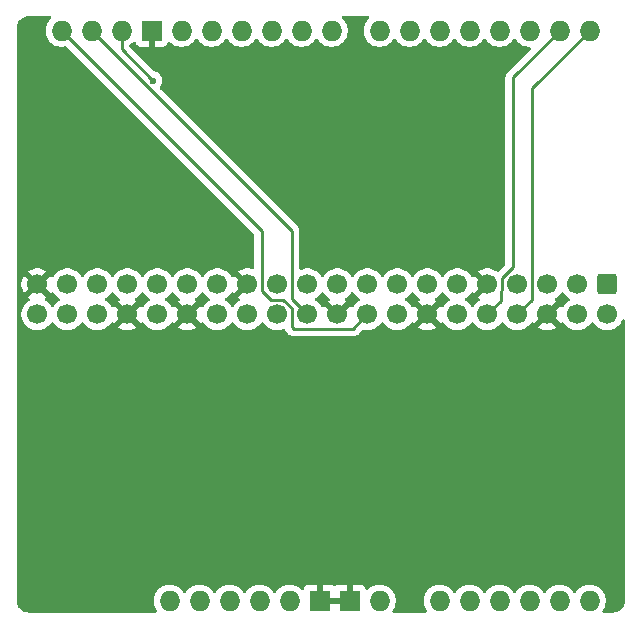
<source format=gbr>
%TF.GenerationSoftware,KiCad,Pcbnew,9.0.7*%
%TF.CreationDate,2026-01-06T14:06:23-08:00*%
%TF.ProjectId,uno2pi,756e6f32-7069-42e6-9b69-6361645f7063,rev?*%
%TF.SameCoordinates,Original*%
%TF.FileFunction,Copper,L2,Bot*%
%TF.FilePolarity,Positive*%
%FSLAX46Y46*%
G04 Gerber Fmt 4.6, Leading zero omitted, Abs format (unit mm)*
G04 Created by KiCad (PCBNEW 9.0.7) date 2026-01-06 14:06:23*
%MOMM*%
%LPD*%
G01*
G04 APERTURE LIST*
G04 Aperture macros list*
%AMRoundRect*
0 Rectangle with rounded corners*
0 $1 Rounding radius*
0 $2 $3 $4 $5 $6 $7 $8 $9 X,Y pos of 4 corners*
0 Add a 4 corners polygon primitive as box body*
4,1,4,$2,$3,$4,$5,$6,$7,$8,$9,$2,$3,0*
0 Add four circle primitives for the rounded corners*
1,1,$1+$1,$2,$3*
1,1,$1+$1,$4,$5*
1,1,$1+$1,$6,$7*
1,1,$1+$1,$8,$9*
0 Add four rect primitives between the rounded corners*
20,1,$1+$1,$2,$3,$4,$5,0*
20,1,$1+$1,$4,$5,$6,$7,0*
20,1,$1+$1,$6,$7,$8,$9,0*
20,1,$1+$1,$8,$9,$2,$3,0*%
G04 Aperture macros list end*
%TA.AperFunction,ComponentPad*%
%ADD10O,1.727200X1.727200*%
%TD*%
%TA.AperFunction,ComponentPad*%
%ADD11R,1.727200X1.727200*%
%TD*%
%TA.AperFunction,ComponentPad*%
%ADD12RoundRect,0.250000X-0.600000X0.600000X-0.600000X-0.600000X0.600000X-0.600000X0.600000X0.600000X0*%
%TD*%
%TA.AperFunction,ComponentPad*%
%ADD13C,1.700000*%
%TD*%
%TA.AperFunction,ViaPad*%
%ADD14C,0.600000*%
%TD*%
%TA.AperFunction,Conductor*%
%ADD15C,0.254000*%
%TD*%
G04 APERTURE END LIST*
D10*
%TO.P,A1,*%
%TO.N,*%
X147940000Y-149000000D03*
%TO.P,A1,3V3,3.3V*%
%TO.N,unconnected-(A1-3.3V-Pad3V3)*%
X155560000Y-149000000D03*
%TO.P,A1,5V1,5V*%
%TO.N,unconnected-(A1-5V-Pad5V1)*%
X158100000Y-149000000D03*
%TO.P,A1,A0,A0*%
%TO.N,/A0*%
X170800000Y-149000000D03*
%TO.P,A1,A1,A1*%
%TO.N,/A1*%
X173340000Y-149000000D03*
%TO.P,A1,A2,A2*%
%TO.N,/A2*%
X175880000Y-149000000D03*
%TO.P,A1,A3,A3*%
%TO.N,/A3*%
X178420000Y-149000000D03*
%TO.P,A1,A4,A4*%
%TO.N,/A4*%
X180960000Y-149000000D03*
%TO.P,A1,A5,A5*%
%TO.N,/A5*%
X183500000Y-149000000D03*
%TO.P,A1,AREF,AREF*%
%TO.N,/AREF*%
X143876000Y-100740000D03*
%TO.P,A1,D0,D0/RX*%
%TO.N,/D0*%
X183500000Y-100740000D03*
%TO.P,A1,D1,D1/TX*%
%TO.N,/D1*%
X180960000Y-100740000D03*
%TO.P,A1,D2,D2_INT0*%
%TO.N,/D2*%
X178420000Y-100740000D03*
%TO.P,A1,D3,D3_INT1*%
%TO.N,/D3*%
X175880000Y-100740000D03*
%TO.P,A1,D4,D4*%
%TO.N,/D4*%
X173340000Y-100740000D03*
%TO.P,A1,D5,D5*%
%TO.N,/D5*%
X170800000Y-100740000D03*
%TO.P,A1,D6,D6*%
%TO.N,/D6*%
X168260000Y-100740000D03*
%TO.P,A1,D7,D7*%
%TO.N,/D7*%
X165720000Y-100740000D03*
%TO.P,A1,D8,D8*%
%TO.N,/D8*%
X161656000Y-100740000D03*
%TO.P,A1,D9,D9*%
%TO.N,/D9*%
X159116000Y-100740000D03*
%TO.P,A1,D10,D10_CS*%
%TO.N,/D10*%
X156576000Y-100740000D03*
%TO.P,A1,D11,D11*%
%TO.N,/D11*%
X154036000Y-100740000D03*
%TO.P,A1,D12,D12*%
%TO.N,/D12*%
X151496000Y-100740000D03*
%TO.P,A1,D13,D13*%
%TO.N,/D13*%
X148956000Y-100740000D03*
D11*
%TO.P,A1,GND1,GND*%
%TO.N,GND*%
X146416000Y-100740000D03*
%TO.P,A1,GND2,GND*%
X160640000Y-149000000D03*
%TO.P,A1,GND3,GND*%
X163180000Y-149000000D03*
D10*
%TO.P,A1,IORF,IOREF*%
%TO.N,unconnected-(A1-IOREF-PadIORF)*%
X150480000Y-149000000D03*
%TO.P,A1,RST1,RESET*%
%TO.N,unconnected-(A1-RESET-PadRST1)*%
X153020000Y-149000000D03*
%TO.P,A1,SCL,SCL*%
%TO.N,/SCL*%
X138796000Y-100740000D03*
%TO.P,A1,SDA,SDA*%
%TO.N,/SDA*%
X141336000Y-100740000D03*
%TO.P,A1,VIN,VIN*%
%TO.N,unconnected-(A1-PadVIN)*%
X165720000Y-149000000D03*
%TD*%
D12*
%TO.P,J1,1,3V3*%
%TO.N,unconnected-(J1-3V3-Pad1)*%
X185000000Y-122210000D03*
D13*
%TO.P,J1,2,5V*%
%TO.N,unconnected-(J1-5V-Pad2)_1*%
X185000000Y-124750000D03*
%TO.P,J1,3,SDA_I2C1/GPIO02*%
%TO.N,/D2*%
X182460000Y-122210000D03*
%TO.P,J1,4,5V*%
%TO.N,unconnected-(J1-5V-Pad2)*%
X182460000Y-124750000D03*
%TO.P,J1,5,SCL_I2C1/GPIO03*%
%TO.N,/D3*%
X179920000Y-122210000D03*
%TO.P,J1,6,GND*%
%TO.N,GND*%
X179920000Y-124750000D03*
%TO.P,J1,7,GPCLK0/GPIO04*%
%TO.N,/D4*%
X177380000Y-122210000D03*
%TO.P,J1,8,GPIO14/UART_TXD*%
%TO.N,/D0*%
X177380000Y-124750000D03*
%TO.P,J1,9,GND*%
%TO.N,GND*%
X174840000Y-122210000D03*
%TO.P,J1,10,GPIO15/UART_RXD*%
%TO.N,/D1*%
X174840000Y-124750000D03*
%TO.P,J1,11,GPIO17/SPI1_~{CE1}*%
%TO.N,/D5*%
X172300000Y-122210000D03*
%TO.P,J1,12,GPIO18/SPI1_~{CE0}/PCM_CLK/PWM0*%
%TO.N,/A5*%
X172300000Y-124750000D03*
%TO.P,J1,13,GPIO27/SDIO_DAT3*%
%TO.N,/D6*%
X169760000Y-122210000D03*
%TO.P,J1,14,GND*%
%TO.N,GND*%
X169760000Y-124750000D03*
%TO.P,J1,15,GPIO22/SDIO_CLK*%
%TO.N,/D7*%
X167220000Y-122210000D03*
%TO.P,J1,16,GPIO23/SDIO_CMD*%
%TO.N,/A4*%
X167220000Y-124750000D03*
%TO.P,J1,17,3V3*%
%TO.N,unconnected-(J1-3V3-Pad1)_1*%
X164680000Y-122210000D03*
%TO.P,J1,18,GPIO24/SDIO_DAT0*%
%TO.N,/SCL*%
X164680000Y-124750000D03*
%TO.P,J1,19,MOSI_SPI0/GPIO10*%
%TO.N,/D8*%
X162140000Y-122210000D03*
%TO.P,J1,20,GND*%
%TO.N,GND*%
X162140000Y-124750000D03*
%TO.P,J1,21,MISO_SPI0/GPIO09*%
%TO.N,/D9*%
X159600000Y-122210000D03*
%TO.P,J1,22,GPIO25/SDIO_DAT1*%
%TO.N,/SDA*%
X159600000Y-124750000D03*
%TO.P,J1,23,SCLK_SPI0/GPIO11*%
%TO.N,/D10*%
X157060000Y-122210000D03*
%TO.P,J1,24,~{CE0}_SPI0/GPIO08*%
%TO.N,/A3*%
X157060000Y-124750000D03*
%TO.P,J1,25,GND*%
%TO.N,GND*%
X154520000Y-122210000D03*
%TO.P,J1,26,~{CE1}_SPI0/GPIO07*%
%TO.N,/A2*%
X154520000Y-124750000D03*
%TO.P,J1,27,ID_SD_I2C0/GPIO00*%
%TO.N,unconnected-(J1-ID_SD_I2C0{slash}GPIO00-Pad27)*%
X151980000Y-122210000D03*
%TO.P,J1,28,ID_SC_I2C0/GPIO01*%
%TO.N,unconnected-(J1-ID_SC_I2C0{slash}GPIO01-Pad28)*%
X151980000Y-124750000D03*
%TO.P,J1,29,GPCLK1/GPIO05*%
%TO.N,unconnected-(J1-GPCLK1{slash}GPIO05-Pad29)*%
X149440000Y-122210000D03*
%TO.P,J1,30,GND*%
%TO.N,GND*%
X149440000Y-124750000D03*
%TO.P,J1,31,GPCLK2/GPIO06*%
%TO.N,unconnected-(J1-GPCLK2{slash}GPIO06-Pad31)*%
X146900000Y-122210000D03*
%TO.P,J1,32,GPIO12/PWM0*%
%TO.N,/A1*%
X146900000Y-124750000D03*
%TO.P,J1,33,GPIO13/PWM1*%
%TO.N,/D11*%
X144360000Y-122210000D03*
%TO.P,J1,34,GND*%
%TO.N,GND*%
X144360000Y-124750000D03*
%TO.P,J1,35,GPIO19/SPI1_MISO/PCM_FS*%
%TO.N,/D12*%
X141820000Y-122210000D03*
%TO.P,J1,36,GPIO16/SPI1_~{CE2}*%
%TO.N,/A0*%
X141820000Y-124750000D03*
%TO.P,J1,37,GPIO26/SDIO_DAT2*%
%TO.N,unconnected-(J1-GPIO26{slash}SDIO_DAT2-Pad37)*%
X139280000Y-122210000D03*
%TO.P,J1,38,GPIO20/SPI1_MOSI/PCM_DIN/PWM1*%
%TO.N,/AREF*%
X139280000Y-124750000D03*
%TO.P,J1,39,GND*%
%TO.N,GND*%
X136740000Y-122210000D03*
%TO.P,J1,40,GPIO21/SPI1_SCLK/PCM_DOUT*%
%TO.N,/D13*%
X136740000Y-124750000D03*
%TD*%
D14*
%TO.N,GND*%
X163500000Y-120500000D03*
%TO.N,/AREF*%
X146529540Y-104970460D03*
%TD*%
D15*
%TO.N,/SCL*%
X158292000Y-125792000D02*
X158292000Y-124239688D01*
X155752000Y-122752000D02*
X155752000Y-117696000D01*
X158292000Y-124239688D02*
X157570312Y-123518000D01*
X155752000Y-117696000D02*
X138796000Y-100740000D01*
X157570312Y-123518000D02*
X156518000Y-123518000D01*
X156518000Y-123518000D02*
X155752000Y-122752000D01*
X163448000Y-125982000D02*
X158482000Y-125982000D01*
X164680000Y-124750000D02*
X163448000Y-125982000D01*
X158482000Y-125982000D02*
X158292000Y-125792000D01*
%TO.N,/SDA*%
X158292000Y-123442000D02*
X158292000Y-117696000D01*
X158292000Y-117696000D02*
X141336000Y-100740000D01*
X159600000Y-124750000D02*
X158292000Y-123442000D01*
%TO.N,/D1*%
X176000000Y-122792312D02*
X176072000Y-122720312D01*
X176072000Y-122720312D02*
X176072000Y-121699688D01*
X177000000Y-120771688D02*
X177000000Y-104700000D01*
X177000000Y-104700000D02*
X180960000Y-100740000D01*
X174840000Y-124750000D02*
X176000000Y-123590000D01*
X176072000Y-121699688D02*
X177000000Y-120771688D01*
X176000000Y-123590000D02*
X176000000Y-122792312D01*
%TO.N,/AREF*%
X143876000Y-102316920D02*
X143876000Y-100740000D01*
X146529540Y-104970460D02*
X143876000Y-102316920D01*
%TO.N,/D0*%
X178612000Y-123518000D02*
X178612000Y-105628000D01*
X178612000Y-105628000D02*
X183500000Y-100740000D01*
X177380000Y-124750000D02*
X178612000Y-123518000D01*
%TD*%
%TA.AperFunction,Conductor*%
%TO.N,GND*%
G36*
X137874049Y-99520185D02*
G01*
X137919804Y-99572989D01*
X137929748Y-99642147D01*
X137900723Y-99705703D01*
X137894691Y-99712181D01*
X137755525Y-99851346D01*
X137755525Y-99851347D01*
X137755523Y-99851349D01*
X137701322Y-99925949D01*
X137629317Y-100025055D01*
X137531838Y-100216366D01*
X137531837Y-100216369D01*
X137465489Y-100420571D01*
X137431900Y-100632643D01*
X137431900Y-100847356D01*
X137465489Y-101059428D01*
X137531837Y-101263630D01*
X137531838Y-101263633D01*
X137615652Y-101428125D01*
X137629317Y-101454944D01*
X137755523Y-101628651D01*
X137907349Y-101780477D01*
X138081056Y-101906683D01*
X138168500Y-101951238D01*
X138272366Y-102004161D01*
X138272369Y-102004162D01*
X138374470Y-102037336D01*
X138476573Y-102070511D01*
X138688643Y-102104100D01*
X138688644Y-102104100D01*
X138903356Y-102104100D01*
X138903357Y-102104100D01*
X139115427Y-102070511D01*
X139136496Y-102063664D01*
X139206333Y-102061668D01*
X139262495Y-102093914D01*
X155088181Y-117919600D01*
X155121666Y-117980923D01*
X155124500Y-118007281D01*
X155124500Y-120816268D01*
X155104815Y-120883307D01*
X155052011Y-120929062D01*
X154982853Y-120939006D01*
X154962182Y-120934199D01*
X154836129Y-120893242D01*
X154626246Y-120860000D01*
X154413754Y-120860000D01*
X154203872Y-120893242D01*
X154203869Y-120893242D01*
X154001782Y-120958904D01*
X153812439Y-121055380D01*
X153758282Y-121094727D01*
X153758282Y-121094728D01*
X154390591Y-121727037D01*
X154327007Y-121744075D01*
X154212993Y-121809901D01*
X154119901Y-121902993D01*
X154054075Y-122017007D01*
X154037037Y-122080591D01*
X153404728Y-121448282D01*
X153404727Y-121448282D01*
X153365380Y-121502440D01*
X153365376Y-121502446D01*
X153360760Y-121511505D01*
X153312781Y-121562297D01*
X153244959Y-121579087D01*
X153178826Y-121556543D01*
X153139794Y-121511493D01*
X153135051Y-121502184D01*
X153135049Y-121502181D01*
X153135048Y-121502179D01*
X153010109Y-121330213D01*
X152859786Y-121179890D01*
X152687820Y-121054951D01*
X152498414Y-120958444D01*
X152498413Y-120958443D01*
X152498412Y-120958443D01*
X152296243Y-120892754D01*
X152296241Y-120892753D01*
X152296240Y-120892753D01*
X152134957Y-120867208D01*
X152086287Y-120859500D01*
X151873713Y-120859500D01*
X151825042Y-120867208D01*
X151663760Y-120892753D01*
X151461585Y-120958444D01*
X151272179Y-121054951D01*
X151100213Y-121179890D01*
X150949890Y-121330213D01*
X150824949Y-121502182D01*
X150820484Y-121510946D01*
X150772509Y-121561742D01*
X150704688Y-121578536D01*
X150638553Y-121555998D01*
X150599516Y-121510946D01*
X150595050Y-121502182D01*
X150470109Y-121330213D01*
X150319786Y-121179890D01*
X150147820Y-121054951D01*
X149958414Y-120958444D01*
X149958413Y-120958443D01*
X149958412Y-120958443D01*
X149756243Y-120892754D01*
X149756241Y-120892753D01*
X149756240Y-120892753D01*
X149594957Y-120867208D01*
X149546287Y-120859500D01*
X149333713Y-120859500D01*
X149285042Y-120867208D01*
X149123760Y-120892753D01*
X148921585Y-120958444D01*
X148732179Y-121054951D01*
X148560213Y-121179890D01*
X148409890Y-121330213D01*
X148284949Y-121502182D01*
X148280484Y-121510946D01*
X148232509Y-121561742D01*
X148164688Y-121578536D01*
X148098553Y-121555998D01*
X148059516Y-121510946D01*
X148055050Y-121502182D01*
X147930109Y-121330213D01*
X147779786Y-121179890D01*
X147607820Y-121054951D01*
X147418414Y-120958444D01*
X147418413Y-120958443D01*
X147418412Y-120958443D01*
X147216243Y-120892754D01*
X147216241Y-120892753D01*
X147216240Y-120892753D01*
X147054957Y-120867208D01*
X147006287Y-120859500D01*
X146793713Y-120859500D01*
X146745042Y-120867208D01*
X146583760Y-120892753D01*
X146381585Y-120958444D01*
X146192179Y-121054951D01*
X146020213Y-121179890D01*
X145869890Y-121330213D01*
X145744949Y-121502182D01*
X145740484Y-121510946D01*
X145692509Y-121561742D01*
X145624688Y-121578536D01*
X145558553Y-121555998D01*
X145519516Y-121510946D01*
X145515050Y-121502182D01*
X145390109Y-121330213D01*
X145239786Y-121179890D01*
X145067820Y-121054951D01*
X144878414Y-120958444D01*
X144878413Y-120958443D01*
X144878412Y-120958443D01*
X144676243Y-120892754D01*
X144676241Y-120892753D01*
X144676240Y-120892753D01*
X144514957Y-120867208D01*
X144466287Y-120859500D01*
X144253713Y-120859500D01*
X144205042Y-120867208D01*
X144043760Y-120892753D01*
X143841585Y-120958444D01*
X143652179Y-121054951D01*
X143480213Y-121179890D01*
X143329890Y-121330213D01*
X143204949Y-121502182D01*
X143200484Y-121510946D01*
X143152509Y-121561742D01*
X143084688Y-121578536D01*
X143018553Y-121555998D01*
X142979516Y-121510946D01*
X142975050Y-121502182D01*
X142850109Y-121330213D01*
X142699786Y-121179890D01*
X142527820Y-121054951D01*
X142338414Y-120958444D01*
X142338413Y-120958443D01*
X142338412Y-120958443D01*
X142136243Y-120892754D01*
X142136241Y-120892753D01*
X142136240Y-120892753D01*
X141974957Y-120867208D01*
X141926287Y-120859500D01*
X141713713Y-120859500D01*
X141665042Y-120867208D01*
X141503760Y-120892753D01*
X141301585Y-120958444D01*
X141112179Y-121054951D01*
X140940213Y-121179890D01*
X140789890Y-121330213D01*
X140664949Y-121502182D01*
X140660484Y-121510946D01*
X140612509Y-121561742D01*
X140544688Y-121578536D01*
X140478553Y-121555998D01*
X140439516Y-121510946D01*
X140435050Y-121502182D01*
X140310109Y-121330213D01*
X140159786Y-121179890D01*
X139987820Y-121054951D01*
X139798414Y-120958444D01*
X139798413Y-120958443D01*
X139798412Y-120958443D01*
X139596243Y-120892754D01*
X139596241Y-120892753D01*
X139596240Y-120892753D01*
X139434957Y-120867208D01*
X139386287Y-120859500D01*
X139173713Y-120859500D01*
X139125042Y-120867208D01*
X138963760Y-120892753D01*
X138761585Y-120958444D01*
X138572179Y-121054951D01*
X138400213Y-121179890D01*
X138249890Y-121330213D01*
X138124949Y-121502182D01*
X138120202Y-121511499D01*
X138072227Y-121562293D01*
X138004405Y-121579087D01*
X137938271Y-121556548D01*
X137899234Y-121511495D01*
X137894626Y-121502452D01*
X137855270Y-121448282D01*
X137855269Y-121448282D01*
X137222962Y-122080590D01*
X137205925Y-122017007D01*
X137140099Y-121902993D01*
X137047007Y-121809901D01*
X136932993Y-121744075D01*
X136869409Y-121727037D01*
X137501716Y-121094728D01*
X137447550Y-121055375D01*
X137258217Y-120958904D01*
X137056129Y-120893242D01*
X136846246Y-120860000D01*
X136633754Y-120860000D01*
X136423872Y-120893242D01*
X136423869Y-120893242D01*
X136221782Y-120958904D01*
X136032439Y-121055380D01*
X135978282Y-121094727D01*
X135978282Y-121094728D01*
X136610591Y-121727037D01*
X136547007Y-121744075D01*
X136432993Y-121809901D01*
X136339901Y-121902993D01*
X136274075Y-122017007D01*
X136257037Y-122080591D01*
X135624728Y-121448282D01*
X135624727Y-121448282D01*
X135585380Y-121502439D01*
X135488904Y-121691782D01*
X135423242Y-121893869D01*
X135423242Y-121893872D01*
X135390000Y-122103753D01*
X135390000Y-122316246D01*
X135423242Y-122526127D01*
X135423242Y-122526130D01*
X135488904Y-122728217D01*
X135585375Y-122917550D01*
X135624728Y-122971716D01*
X136257037Y-122339408D01*
X136274075Y-122402993D01*
X136339901Y-122517007D01*
X136432993Y-122610099D01*
X136547007Y-122675925D01*
X136610590Y-122692962D01*
X135978282Y-123325269D01*
X135978282Y-123325270D01*
X136032452Y-123364626D01*
X136032451Y-123364626D01*
X136041495Y-123369234D01*
X136092292Y-123417208D01*
X136109087Y-123485029D01*
X136086550Y-123551164D01*
X136041499Y-123590202D01*
X136032182Y-123594949D01*
X135860213Y-123719890D01*
X135709890Y-123870213D01*
X135584951Y-124042179D01*
X135488444Y-124231585D01*
X135422753Y-124433760D01*
X135389500Y-124643713D01*
X135389500Y-124856287D01*
X135422754Y-125066243D01*
X135474075Y-125224193D01*
X135488444Y-125268414D01*
X135584951Y-125457820D01*
X135709890Y-125629786D01*
X135860213Y-125780109D01*
X136032179Y-125905048D01*
X136032181Y-125905049D01*
X136032184Y-125905051D01*
X136221588Y-126001557D01*
X136423757Y-126067246D01*
X136633713Y-126100500D01*
X136633714Y-126100500D01*
X136846286Y-126100500D01*
X136846287Y-126100500D01*
X137056243Y-126067246D01*
X137258412Y-126001557D01*
X137447816Y-125905051D01*
X137502572Y-125865269D01*
X137619786Y-125780109D01*
X137619788Y-125780106D01*
X137619792Y-125780104D01*
X137770104Y-125629792D01*
X137770106Y-125629788D01*
X137770109Y-125629786D01*
X137895048Y-125457820D01*
X137895047Y-125457820D01*
X137895051Y-125457816D01*
X137899514Y-125449054D01*
X137947488Y-125398259D01*
X138015308Y-125381463D01*
X138081444Y-125403999D01*
X138120486Y-125449056D01*
X138124951Y-125457820D01*
X138249890Y-125629786D01*
X138400213Y-125780109D01*
X138572179Y-125905048D01*
X138572181Y-125905049D01*
X138572184Y-125905051D01*
X138761588Y-126001557D01*
X138963757Y-126067246D01*
X139173713Y-126100500D01*
X139173714Y-126100500D01*
X139386286Y-126100500D01*
X139386287Y-126100500D01*
X139596243Y-126067246D01*
X139798412Y-126001557D01*
X139987816Y-125905051D01*
X140042572Y-125865269D01*
X140159786Y-125780109D01*
X140159788Y-125780106D01*
X140159792Y-125780104D01*
X140310104Y-125629792D01*
X140310106Y-125629788D01*
X140310109Y-125629786D01*
X140435048Y-125457820D01*
X140435047Y-125457820D01*
X140435051Y-125457816D01*
X140439514Y-125449054D01*
X140487488Y-125398259D01*
X140555308Y-125381463D01*
X140621444Y-125403999D01*
X140660486Y-125449056D01*
X140664951Y-125457820D01*
X140789890Y-125629786D01*
X140940213Y-125780109D01*
X141112179Y-125905048D01*
X141112181Y-125905049D01*
X141112184Y-125905051D01*
X141301588Y-126001557D01*
X141503757Y-126067246D01*
X141713713Y-126100500D01*
X141713714Y-126100500D01*
X141926286Y-126100500D01*
X141926287Y-126100500D01*
X142136243Y-126067246D01*
X142338412Y-126001557D01*
X142527816Y-125905051D01*
X142582572Y-125865269D01*
X142699786Y-125780109D01*
X142699788Y-125780106D01*
X142699792Y-125780104D01*
X142850104Y-125629792D01*
X142850106Y-125629788D01*
X142850109Y-125629786D01*
X142935890Y-125511717D01*
X142975051Y-125457816D01*
X142979793Y-125448508D01*
X143027763Y-125397711D01*
X143095583Y-125380911D01*
X143161719Y-125403445D01*
X143200763Y-125448500D01*
X143205373Y-125457547D01*
X143244728Y-125511716D01*
X143877037Y-124879408D01*
X143894075Y-124942993D01*
X143959901Y-125057007D01*
X144052993Y-125150099D01*
X144167007Y-125215925D01*
X144230590Y-125232962D01*
X143598282Y-125865269D01*
X143598282Y-125865270D01*
X143652449Y-125904624D01*
X143841782Y-126001095D01*
X144043870Y-126066757D01*
X144253754Y-126100000D01*
X144466246Y-126100000D01*
X144676127Y-126066757D01*
X144676130Y-126066757D01*
X144878217Y-126001095D01*
X145067554Y-125904622D01*
X145121716Y-125865270D01*
X145121717Y-125865270D01*
X144489408Y-125232962D01*
X144552993Y-125215925D01*
X144667007Y-125150099D01*
X144760099Y-125057007D01*
X144825925Y-124942993D01*
X144842962Y-124879409D01*
X145475270Y-125511717D01*
X145475270Y-125511716D01*
X145514622Y-125457555D01*
X145519232Y-125448507D01*
X145567205Y-125397709D01*
X145635025Y-125380912D01*
X145701161Y-125403447D01*
X145740204Y-125448504D01*
X145744949Y-125457817D01*
X145869890Y-125629786D01*
X146020213Y-125780109D01*
X146192179Y-125905048D01*
X146192181Y-125905049D01*
X146192184Y-125905051D01*
X146381588Y-126001557D01*
X146583757Y-126067246D01*
X146793713Y-126100500D01*
X146793714Y-126100500D01*
X147006286Y-126100500D01*
X147006287Y-126100500D01*
X147216243Y-126067246D01*
X147418412Y-126001557D01*
X147607816Y-125905051D01*
X147662572Y-125865269D01*
X147779786Y-125780109D01*
X147779788Y-125780106D01*
X147779792Y-125780104D01*
X147930104Y-125629792D01*
X147930106Y-125629788D01*
X147930109Y-125629786D01*
X148015890Y-125511717D01*
X148055051Y-125457816D01*
X148059793Y-125448508D01*
X148107763Y-125397711D01*
X148175583Y-125380911D01*
X148241719Y-125403445D01*
X148280763Y-125448500D01*
X148285373Y-125457547D01*
X148324728Y-125511716D01*
X148957036Y-124879407D01*
X148974075Y-124942993D01*
X149039901Y-125057007D01*
X149132993Y-125150099D01*
X149247007Y-125215925D01*
X149310590Y-125232962D01*
X148678282Y-125865269D01*
X148678282Y-125865270D01*
X148732449Y-125904624D01*
X148921782Y-126001095D01*
X149123870Y-126066757D01*
X149333754Y-126100000D01*
X149546246Y-126100000D01*
X149756127Y-126066757D01*
X149756130Y-126066757D01*
X149958217Y-126001095D01*
X150147554Y-125904622D01*
X150201716Y-125865270D01*
X150201717Y-125865270D01*
X149569408Y-125232962D01*
X149632993Y-125215925D01*
X149747007Y-125150099D01*
X149840099Y-125057007D01*
X149905925Y-124942993D01*
X149922962Y-124879409D01*
X150555270Y-125511717D01*
X150555270Y-125511716D01*
X150594622Y-125457555D01*
X150599232Y-125448507D01*
X150647205Y-125397709D01*
X150715025Y-125380912D01*
X150781161Y-125403447D01*
X150820204Y-125448504D01*
X150824949Y-125457817D01*
X150949890Y-125629786D01*
X151100213Y-125780109D01*
X151272179Y-125905048D01*
X151272181Y-125905049D01*
X151272184Y-125905051D01*
X151461588Y-126001557D01*
X151663757Y-126067246D01*
X151873713Y-126100500D01*
X151873714Y-126100500D01*
X152086286Y-126100500D01*
X152086287Y-126100500D01*
X152296243Y-126067246D01*
X152498412Y-126001557D01*
X152687816Y-125905051D01*
X152742572Y-125865269D01*
X152859786Y-125780109D01*
X152859788Y-125780106D01*
X152859792Y-125780104D01*
X153010104Y-125629792D01*
X153010106Y-125629788D01*
X153010109Y-125629786D01*
X153135048Y-125457820D01*
X153135047Y-125457820D01*
X153135051Y-125457816D01*
X153139514Y-125449054D01*
X153187488Y-125398259D01*
X153255308Y-125381463D01*
X153321444Y-125403999D01*
X153360486Y-125449056D01*
X153364951Y-125457820D01*
X153489890Y-125629786D01*
X153640213Y-125780109D01*
X153812179Y-125905048D01*
X153812181Y-125905049D01*
X153812184Y-125905051D01*
X154001588Y-126001557D01*
X154203757Y-126067246D01*
X154413713Y-126100500D01*
X154413714Y-126100500D01*
X154626286Y-126100500D01*
X154626287Y-126100500D01*
X154836243Y-126067246D01*
X155038412Y-126001557D01*
X155227816Y-125905051D01*
X155282572Y-125865269D01*
X155399786Y-125780109D01*
X155399788Y-125780106D01*
X155399792Y-125780104D01*
X155550104Y-125629792D01*
X155550106Y-125629788D01*
X155550109Y-125629786D01*
X155675048Y-125457820D01*
X155675047Y-125457820D01*
X155675051Y-125457816D01*
X155679514Y-125449054D01*
X155727488Y-125398259D01*
X155795308Y-125381463D01*
X155861444Y-125403999D01*
X155900486Y-125449056D01*
X155904951Y-125457820D01*
X156029890Y-125629786D01*
X156180213Y-125780109D01*
X156352179Y-125905048D01*
X156352181Y-125905049D01*
X156352184Y-125905051D01*
X156541588Y-126001557D01*
X156743757Y-126067246D01*
X156953713Y-126100500D01*
X156953714Y-126100500D01*
X157166286Y-126100500D01*
X157166287Y-126100500D01*
X157376243Y-126067246D01*
X157576211Y-126002271D01*
X157646051Y-126000277D01*
X157705884Y-126036357D01*
X157720567Y-126055925D01*
X157725471Y-126064016D01*
X157735917Y-126089233D01*
X157786566Y-126165035D01*
X157788084Y-126167307D01*
X157788089Y-126167315D01*
X157804585Y-126192003D01*
X157804591Y-126192011D01*
X157994589Y-126382008D01*
X158081992Y-126469411D01*
X158081994Y-126469413D01*
X158081996Y-126469414D01*
X158184756Y-126538076D01*
X158184758Y-126538077D01*
X158184767Y-126538083D01*
X158209772Y-126548440D01*
X158232071Y-126557677D01*
X158274254Y-126575149D01*
X158298966Y-126585386D01*
X158420192Y-126609499D01*
X158420196Y-126609500D01*
X158420197Y-126609500D01*
X163509804Y-126609500D01*
X163509805Y-126609499D01*
X163631035Y-126585386D01*
X163711784Y-126551937D01*
X163745233Y-126538083D01*
X163848008Y-126469411D01*
X163935411Y-126382008D01*
X164224299Y-126093118D01*
X164285618Y-126059636D01*
X164350298Y-126062872D01*
X164363757Y-126067246D01*
X164573713Y-126100500D01*
X164573714Y-126100500D01*
X164786286Y-126100500D01*
X164786287Y-126100500D01*
X164996243Y-126067246D01*
X165198412Y-126001557D01*
X165387816Y-125905051D01*
X165442572Y-125865269D01*
X165559786Y-125780109D01*
X165559788Y-125780106D01*
X165559792Y-125780104D01*
X165710104Y-125629792D01*
X165710106Y-125629788D01*
X165710109Y-125629786D01*
X165835048Y-125457820D01*
X165835047Y-125457820D01*
X165835051Y-125457816D01*
X165839514Y-125449054D01*
X165887488Y-125398259D01*
X165955308Y-125381463D01*
X166021444Y-125403999D01*
X166060486Y-125449056D01*
X166064951Y-125457820D01*
X166189890Y-125629786D01*
X166340213Y-125780109D01*
X166512179Y-125905048D01*
X166512181Y-125905049D01*
X166512184Y-125905051D01*
X166701588Y-126001557D01*
X166903757Y-126067246D01*
X167113713Y-126100500D01*
X167113714Y-126100500D01*
X167326286Y-126100500D01*
X167326287Y-126100500D01*
X167536243Y-126067246D01*
X167738412Y-126001557D01*
X167927816Y-125905051D01*
X167982572Y-125865269D01*
X168099786Y-125780109D01*
X168099788Y-125780106D01*
X168099792Y-125780104D01*
X168250104Y-125629792D01*
X168250106Y-125629788D01*
X168250109Y-125629786D01*
X168335890Y-125511717D01*
X168375051Y-125457816D01*
X168379793Y-125448508D01*
X168427763Y-125397711D01*
X168495583Y-125380911D01*
X168561719Y-125403445D01*
X168600763Y-125448500D01*
X168605373Y-125457547D01*
X168644728Y-125511716D01*
X169277037Y-124879408D01*
X169294075Y-124942993D01*
X169359901Y-125057007D01*
X169452993Y-125150099D01*
X169567007Y-125215925D01*
X169630590Y-125232962D01*
X168998282Y-125865269D01*
X168998282Y-125865270D01*
X169052449Y-125904624D01*
X169241782Y-126001095D01*
X169443870Y-126066757D01*
X169653754Y-126100000D01*
X169866246Y-126100000D01*
X170076127Y-126066757D01*
X170076130Y-126066757D01*
X170278217Y-126001095D01*
X170467554Y-125904622D01*
X170521716Y-125865270D01*
X170521717Y-125865270D01*
X169889408Y-125232962D01*
X169952993Y-125215925D01*
X170067007Y-125150099D01*
X170160099Y-125057007D01*
X170225925Y-124942993D01*
X170242962Y-124879408D01*
X170875270Y-125511717D01*
X170875270Y-125511716D01*
X170914622Y-125457555D01*
X170919232Y-125448507D01*
X170967205Y-125397709D01*
X171035025Y-125380912D01*
X171101161Y-125403447D01*
X171140204Y-125448504D01*
X171144949Y-125457817D01*
X171269890Y-125629786D01*
X171420213Y-125780109D01*
X171592179Y-125905048D01*
X171592181Y-125905049D01*
X171592184Y-125905051D01*
X171781588Y-126001557D01*
X171983757Y-126067246D01*
X172193713Y-126100500D01*
X172193714Y-126100500D01*
X172406286Y-126100500D01*
X172406287Y-126100500D01*
X172616243Y-126067246D01*
X172818412Y-126001557D01*
X173007816Y-125905051D01*
X173062572Y-125865269D01*
X173179786Y-125780109D01*
X173179788Y-125780106D01*
X173179792Y-125780104D01*
X173330104Y-125629792D01*
X173330106Y-125629788D01*
X173330109Y-125629786D01*
X173455048Y-125457820D01*
X173455047Y-125457820D01*
X173455051Y-125457816D01*
X173459514Y-125449054D01*
X173507488Y-125398259D01*
X173575308Y-125381463D01*
X173641444Y-125403999D01*
X173680486Y-125449056D01*
X173684951Y-125457820D01*
X173809890Y-125629786D01*
X173960213Y-125780109D01*
X174132179Y-125905048D01*
X174132181Y-125905049D01*
X174132184Y-125905051D01*
X174321588Y-126001557D01*
X174523757Y-126067246D01*
X174733713Y-126100500D01*
X174733714Y-126100500D01*
X174946286Y-126100500D01*
X174946287Y-126100500D01*
X175156243Y-126067246D01*
X175358412Y-126001557D01*
X175547816Y-125905051D01*
X175602572Y-125865269D01*
X175719786Y-125780109D01*
X175719788Y-125780106D01*
X175719792Y-125780104D01*
X175870104Y-125629792D01*
X175870106Y-125629788D01*
X175870109Y-125629786D01*
X175995048Y-125457820D01*
X175995047Y-125457820D01*
X175995051Y-125457816D01*
X175999514Y-125449054D01*
X176047488Y-125398259D01*
X176115308Y-125381463D01*
X176181444Y-125403999D01*
X176220486Y-125449056D01*
X176224951Y-125457820D01*
X176349890Y-125629786D01*
X176500213Y-125780109D01*
X176672179Y-125905048D01*
X176672181Y-125905049D01*
X176672184Y-125905051D01*
X176861588Y-126001557D01*
X177063757Y-126067246D01*
X177273713Y-126100500D01*
X177273714Y-126100500D01*
X177486286Y-126100500D01*
X177486287Y-126100500D01*
X177696243Y-126067246D01*
X177898412Y-126001557D01*
X178087816Y-125905051D01*
X178142572Y-125865269D01*
X178259786Y-125780109D01*
X178259788Y-125780106D01*
X178259792Y-125780104D01*
X178410104Y-125629792D01*
X178410106Y-125629788D01*
X178410109Y-125629786D01*
X178495890Y-125511717D01*
X178535051Y-125457816D01*
X178539793Y-125448508D01*
X178587763Y-125397711D01*
X178655583Y-125380911D01*
X178721719Y-125403445D01*
X178760763Y-125448500D01*
X178765373Y-125457547D01*
X178804728Y-125511716D01*
X179437037Y-124879408D01*
X179454075Y-124942993D01*
X179519901Y-125057007D01*
X179612993Y-125150099D01*
X179727007Y-125215925D01*
X179790590Y-125232962D01*
X179158282Y-125865269D01*
X179158282Y-125865270D01*
X179212449Y-125904624D01*
X179401782Y-126001095D01*
X179603870Y-126066757D01*
X179813754Y-126100000D01*
X180026246Y-126100000D01*
X180236127Y-126066757D01*
X180236130Y-126066757D01*
X180438217Y-126001095D01*
X180627554Y-125904622D01*
X180681716Y-125865270D01*
X180681717Y-125865270D01*
X180049408Y-125232962D01*
X180112993Y-125215925D01*
X180227007Y-125150099D01*
X180320099Y-125057007D01*
X180385925Y-124942993D01*
X180402962Y-124879408D01*
X181035270Y-125511717D01*
X181035270Y-125511716D01*
X181074622Y-125457555D01*
X181079232Y-125448507D01*
X181127205Y-125397709D01*
X181195025Y-125380912D01*
X181261161Y-125403447D01*
X181300204Y-125448504D01*
X181304949Y-125457817D01*
X181429890Y-125629786D01*
X181580213Y-125780109D01*
X181752179Y-125905048D01*
X181752181Y-125905049D01*
X181752184Y-125905051D01*
X181941588Y-126001557D01*
X182143757Y-126067246D01*
X182353713Y-126100500D01*
X182353714Y-126100500D01*
X182566286Y-126100500D01*
X182566287Y-126100500D01*
X182776243Y-126067246D01*
X182978412Y-126001557D01*
X183167816Y-125905051D01*
X183222572Y-125865269D01*
X183339786Y-125780109D01*
X183339788Y-125780106D01*
X183339792Y-125780104D01*
X183490104Y-125629792D01*
X183490106Y-125629788D01*
X183490109Y-125629786D01*
X183615048Y-125457820D01*
X183615047Y-125457820D01*
X183615051Y-125457816D01*
X183619514Y-125449054D01*
X183667488Y-125398259D01*
X183735308Y-125381463D01*
X183801444Y-125403999D01*
X183840486Y-125449056D01*
X183844951Y-125457820D01*
X183969890Y-125629786D01*
X184120213Y-125780109D01*
X184292179Y-125905048D01*
X184292181Y-125905049D01*
X184292184Y-125905051D01*
X184481588Y-126001557D01*
X184683757Y-126067246D01*
X184893713Y-126100500D01*
X184893714Y-126100500D01*
X185106286Y-126100500D01*
X185106287Y-126100500D01*
X185316243Y-126067246D01*
X185518412Y-126001557D01*
X185707816Y-125905051D01*
X185762572Y-125865269D01*
X185879786Y-125780109D01*
X185879788Y-125780106D01*
X185879792Y-125780104D01*
X186030104Y-125629792D01*
X186030106Y-125629788D01*
X186030109Y-125629786D01*
X186155048Y-125457820D01*
X186155047Y-125457820D01*
X186155051Y-125457816D01*
X186251557Y-125268412D01*
X186257569Y-125249907D01*
X186297006Y-125192232D01*
X186361365Y-125165034D01*
X186430211Y-125176949D01*
X186481687Y-125224193D01*
X186499500Y-125288226D01*
X186499500Y-148994586D01*
X186499028Y-149005393D01*
X186499028Y-149005394D01*
X186485260Y-149162753D01*
X186481507Y-149184038D01*
X186442030Y-149331369D01*
X186434637Y-149351681D01*
X186370177Y-149489915D01*
X186359370Y-149508633D01*
X186271880Y-149633582D01*
X186257986Y-149650140D01*
X186150140Y-149757986D01*
X186133582Y-149771880D01*
X186008633Y-149859370D01*
X185989915Y-149870177D01*
X185851681Y-149934637D01*
X185831369Y-149942030D01*
X185684038Y-149981507D01*
X185662753Y-149985260D01*
X185505395Y-149999028D01*
X185494587Y-149999500D01*
X184703304Y-149999500D01*
X184636265Y-149979815D01*
X184590510Y-149927011D01*
X184580566Y-149857853D01*
X184602985Y-149802616D01*
X184666683Y-149714944D01*
X184764161Y-149523633D01*
X184830511Y-149319427D01*
X184864100Y-149107357D01*
X184864100Y-148892643D01*
X184830511Y-148680573D01*
X184770000Y-148494337D01*
X184764162Y-148476369D01*
X184764161Y-148476366D01*
X184680266Y-148311715D01*
X184666683Y-148285056D01*
X184540477Y-148111349D01*
X184388651Y-147959523D01*
X184214944Y-147833317D01*
X184023633Y-147735838D01*
X184023630Y-147735837D01*
X183819428Y-147669489D01*
X183650940Y-147642803D01*
X183607357Y-147635900D01*
X183392643Y-147635900D01*
X183349060Y-147642803D01*
X183180571Y-147669489D01*
X182976369Y-147735837D01*
X182976366Y-147735838D01*
X182785055Y-147833317D01*
X182685949Y-147905322D01*
X182611349Y-147959523D01*
X182611347Y-147959525D01*
X182611346Y-147959525D01*
X182459525Y-148111346D01*
X182459525Y-148111347D01*
X182459523Y-148111349D01*
X182333318Y-148285055D01*
X182330453Y-148288998D01*
X182328562Y-148287624D01*
X182283848Y-148328030D01*
X182214911Y-148339411D01*
X182150765Y-148311715D01*
X182130488Y-148288314D01*
X182129547Y-148288998D01*
X182126682Y-148285055D01*
X182000477Y-148111349D01*
X181848651Y-147959523D01*
X181674944Y-147833317D01*
X181483633Y-147735838D01*
X181483630Y-147735837D01*
X181279428Y-147669489D01*
X181110940Y-147642803D01*
X181067357Y-147635900D01*
X180852643Y-147635900D01*
X180809060Y-147642803D01*
X180640571Y-147669489D01*
X180436369Y-147735837D01*
X180436366Y-147735838D01*
X180245055Y-147833317D01*
X180145949Y-147905322D01*
X180071349Y-147959523D01*
X180071347Y-147959525D01*
X180071346Y-147959525D01*
X179919525Y-148111346D01*
X179919525Y-148111347D01*
X179919523Y-148111349D01*
X179793318Y-148285055D01*
X179790453Y-148288998D01*
X179788562Y-148287624D01*
X179743848Y-148328030D01*
X179674911Y-148339411D01*
X179610765Y-148311715D01*
X179590488Y-148288314D01*
X179589547Y-148288998D01*
X179586682Y-148285055D01*
X179460477Y-148111349D01*
X179308651Y-147959523D01*
X179134944Y-147833317D01*
X178943633Y-147735838D01*
X178943630Y-147735837D01*
X178739428Y-147669489D01*
X178570940Y-147642803D01*
X178527357Y-147635900D01*
X178312643Y-147635900D01*
X178269060Y-147642803D01*
X178100571Y-147669489D01*
X177896369Y-147735837D01*
X177896366Y-147735838D01*
X177705055Y-147833317D01*
X177605949Y-147905322D01*
X177531349Y-147959523D01*
X177531347Y-147959525D01*
X177531346Y-147959525D01*
X177379525Y-148111346D01*
X177379525Y-148111347D01*
X177379523Y-148111349D01*
X177253318Y-148285055D01*
X177250453Y-148288998D01*
X177248562Y-148287624D01*
X177203848Y-148328030D01*
X177134911Y-148339411D01*
X177070765Y-148311715D01*
X177050488Y-148288314D01*
X177049547Y-148288998D01*
X177046682Y-148285055D01*
X176920477Y-148111349D01*
X176768651Y-147959523D01*
X176594944Y-147833317D01*
X176403633Y-147735838D01*
X176403630Y-147735837D01*
X176199428Y-147669489D01*
X176030940Y-147642803D01*
X175987357Y-147635900D01*
X175772643Y-147635900D01*
X175729060Y-147642803D01*
X175560571Y-147669489D01*
X175356369Y-147735837D01*
X175356366Y-147735838D01*
X175165055Y-147833317D01*
X175065949Y-147905322D01*
X174991349Y-147959523D01*
X174991347Y-147959525D01*
X174991346Y-147959525D01*
X174839525Y-148111346D01*
X174839525Y-148111347D01*
X174839523Y-148111349D01*
X174713318Y-148285055D01*
X174710453Y-148288998D01*
X174708562Y-148287624D01*
X174663848Y-148328030D01*
X174594911Y-148339411D01*
X174530765Y-148311715D01*
X174510488Y-148288314D01*
X174509547Y-148288998D01*
X174506682Y-148285055D01*
X174380477Y-148111349D01*
X174228651Y-147959523D01*
X174054944Y-147833317D01*
X173863633Y-147735838D01*
X173863630Y-147735837D01*
X173659428Y-147669489D01*
X173490940Y-147642803D01*
X173447357Y-147635900D01*
X173232643Y-147635900D01*
X173189060Y-147642803D01*
X173020571Y-147669489D01*
X172816369Y-147735837D01*
X172816366Y-147735838D01*
X172625055Y-147833317D01*
X172525949Y-147905322D01*
X172451349Y-147959523D01*
X172451347Y-147959525D01*
X172451346Y-147959525D01*
X172299525Y-148111346D01*
X172299525Y-148111347D01*
X172299523Y-148111349D01*
X172173318Y-148285055D01*
X172170453Y-148288998D01*
X172168562Y-148287624D01*
X172123848Y-148328030D01*
X172054911Y-148339411D01*
X171990765Y-148311715D01*
X171970488Y-148288314D01*
X171969547Y-148288998D01*
X171966682Y-148285055D01*
X171840477Y-148111349D01*
X171688651Y-147959523D01*
X171514944Y-147833317D01*
X171323633Y-147735838D01*
X171323630Y-147735837D01*
X171119428Y-147669489D01*
X170950940Y-147642803D01*
X170907357Y-147635900D01*
X170692643Y-147635900D01*
X170649060Y-147642803D01*
X170480571Y-147669489D01*
X170276369Y-147735837D01*
X170276366Y-147735838D01*
X170085055Y-147833317D01*
X169985949Y-147905322D01*
X169911349Y-147959523D01*
X169911347Y-147959525D01*
X169911346Y-147959525D01*
X169759525Y-148111346D01*
X169759525Y-148111347D01*
X169759523Y-148111349D01*
X169705322Y-148185949D01*
X169633317Y-148285055D01*
X169535838Y-148476366D01*
X169535837Y-148476369D01*
X169469489Y-148680571D01*
X169435900Y-148892643D01*
X169435900Y-149107356D01*
X169469489Y-149319428D01*
X169535837Y-149523630D01*
X169535838Y-149523633D01*
X169633317Y-149714944D01*
X169697014Y-149802616D01*
X169720494Y-149868420D01*
X169704669Y-149936474D01*
X169654564Y-149985169D01*
X169596696Y-149999500D01*
X166923304Y-149999500D01*
X166856265Y-149979815D01*
X166810510Y-149927011D01*
X166800566Y-149857853D01*
X166822985Y-149802616D01*
X166886683Y-149714944D01*
X166984161Y-149523633D01*
X167050511Y-149319427D01*
X167084100Y-149107357D01*
X167084100Y-148892643D01*
X167050511Y-148680573D01*
X166990000Y-148494337D01*
X166984162Y-148476369D01*
X166984161Y-148476366D01*
X166900266Y-148311715D01*
X166886683Y-148285056D01*
X166760477Y-148111349D01*
X166608651Y-147959523D01*
X166434944Y-147833317D01*
X166243633Y-147735838D01*
X166243630Y-147735837D01*
X166039428Y-147669489D01*
X165870940Y-147642803D01*
X165827357Y-147635900D01*
X165612643Y-147635900D01*
X165569060Y-147642803D01*
X165400571Y-147669489D01*
X165196369Y-147735837D01*
X165196366Y-147735838D01*
X165005055Y-147833317D01*
X164831350Y-147959522D01*
X164734660Y-148056212D01*
X164673336Y-148089696D01*
X164603645Y-148084712D01*
X164547712Y-148042840D01*
X164530797Y-148011863D01*
X164486954Y-147894313D01*
X164486950Y-147894306D01*
X164400790Y-147779212D01*
X164400787Y-147779209D01*
X164285693Y-147693049D01*
X164285686Y-147693045D01*
X164150979Y-147642803D01*
X164150972Y-147642801D01*
X164091444Y-147636400D01*
X163430000Y-147636400D01*
X163430000Y-148557748D01*
X163376081Y-148526619D01*
X163246880Y-148492000D01*
X163113120Y-148492000D01*
X162983919Y-148526619D01*
X162930000Y-148557748D01*
X162930000Y-147636400D01*
X162268555Y-147636400D01*
X162209027Y-147642801D01*
X162209020Y-147642803D01*
X162074313Y-147693045D01*
X162074311Y-147693047D01*
X161984311Y-147760421D01*
X161918847Y-147784838D01*
X161850574Y-147769987D01*
X161835689Y-147760421D01*
X161745688Y-147693047D01*
X161745686Y-147693045D01*
X161610979Y-147642803D01*
X161610972Y-147642801D01*
X161551444Y-147636400D01*
X160890000Y-147636400D01*
X160890000Y-148557748D01*
X160836081Y-148526619D01*
X160706880Y-148492000D01*
X160573120Y-148492000D01*
X160443919Y-148526619D01*
X160390000Y-148557748D01*
X160390000Y-147636400D01*
X159728555Y-147636400D01*
X159669027Y-147642801D01*
X159669020Y-147642803D01*
X159534313Y-147693045D01*
X159534306Y-147693049D01*
X159419212Y-147779209D01*
X159419209Y-147779212D01*
X159333049Y-147894306D01*
X159333045Y-147894313D01*
X159289202Y-148011863D01*
X159247330Y-148067797D01*
X159181866Y-148092214D01*
X159113593Y-148077362D01*
X159085339Y-148056211D01*
X158988653Y-147959525D01*
X158988651Y-147959523D01*
X158814944Y-147833317D01*
X158623633Y-147735838D01*
X158623630Y-147735837D01*
X158419428Y-147669489D01*
X158250940Y-147642803D01*
X158207357Y-147635900D01*
X157992643Y-147635900D01*
X157949060Y-147642803D01*
X157780571Y-147669489D01*
X157576369Y-147735837D01*
X157576366Y-147735838D01*
X157385055Y-147833317D01*
X157285949Y-147905322D01*
X157211349Y-147959523D01*
X157211347Y-147959525D01*
X157211346Y-147959525D01*
X157059525Y-148111346D01*
X157059525Y-148111347D01*
X157059523Y-148111349D01*
X156933318Y-148285055D01*
X156930453Y-148288998D01*
X156928562Y-148287624D01*
X156883848Y-148328030D01*
X156814911Y-148339411D01*
X156750765Y-148311715D01*
X156730488Y-148288314D01*
X156729547Y-148288998D01*
X156726682Y-148285055D01*
X156600477Y-148111349D01*
X156448651Y-147959523D01*
X156274944Y-147833317D01*
X156083633Y-147735838D01*
X156083630Y-147735837D01*
X155879428Y-147669489D01*
X155710940Y-147642803D01*
X155667357Y-147635900D01*
X155452643Y-147635900D01*
X155409060Y-147642803D01*
X155240571Y-147669489D01*
X155036369Y-147735837D01*
X155036366Y-147735838D01*
X154845055Y-147833317D01*
X154745949Y-147905322D01*
X154671349Y-147959523D01*
X154671347Y-147959525D01*
X154671346Y-147959525D01*
X154519525Y-148111346D01*
X154519525Y-148111347D01*
X154519523Y-148111349D01*
X154393318Y-148285055D01*
X154390453Y-148288998D01*
X154388562Y-148287624D01*
X154343848Y-148328030D01*
X154274911Y-148339411D01*
X154210765Y-148311715D01*
X154190488Y-148288314D01*
X154189547Y-148288998D01*
X154186682Y-148285055D01*
X154060477Y-148111349D01*
X153908651Y-147959523D01*
X153734944Y-147833317D01*
X153543633Y-147735838D01*
X153543630Y-147735837D01*
X153339428Y-147669489D01*
X153170940Y-147642803D01*
X153127357Y-147635900D01*
X152912643Y-147635900D01*
X152869060Y-147642803D01*
X152700571Y-147669489D01*
X152496369Y-147735837D01*
X152496366Y-147735838D01*
X152305055Y-147833317D01*
X152205949Y-147905322D01*
X152131349Y-147959523D01*
X152131347Y-147959525D01*
X152131346Y-147959525D01*
X151979525Y-148111346D01*
X151979525Y-148111347D01*
X151979523Y-148111349D01*
X151853318Y-148285055D01*
X151850453Y-148288998D01*
X151848562Y-148287624D01*
X151803848Y-148328030D01*
X151734911Y-148339411D01*
X151670765Y-148311715D01*
X151650488Y-148288314D01*
X151649547Y-148288998D01*
X151646682Y-148285055D01*
X151520477Y-148111349D01*
X151368651Y-147959523D01*
X151194944Y-147833317D01*
X151003633Y-147735838D01*
X151003630Y-147735837D01*
X150799428Y-147669489D01*
X150630940Y-147642803D01*
X150587357Y-147635900D01*
X150372643Y-147635900D01*
X150329060Y-147642803D01*
X150160571Y-147669489D01*
X149956369Y-147735837D01*
X149956366Y-147735838D01*
X149765055Y-147833317D01*
X149665949Y-147905322D01*
X149591349Y-147959523D01*
X149591347Y-147959525D01*
X149591346Y-147959525D01*
X149439525Y-148111346D01*
X149439525Y-148111347D01*
X149439523Y-148111349D01*
X149313318Y-148285055D01*
X149310453Y-148288998D01*
X149308562Y-148287624D01*
X149263848Y-148328030D01*
X149194911Y-148339411D01*
X149130765Y-148311715D01*
X149110488Y-148288314D01*
X149109547Y-148288998D01*
X149106682Y-148285055D01*
X148980477Y-148111349D01*
X148828651Y-147959523D01*
X148654944Y-147833317D01*
X148463633Y-147735838D01*
X148463630Y-147735837D01*
X148259428Y-147669489D01*
X148090940Y-147642803D01*
X148047357Y-147635900D01*
X147832643Y-147635900D01*
X147789060Y-147642803D01*
X147620571Y-147669489D01*
X147416369Y-147735837D01*
X147416366Y-147735838D01*
X147225055Y-147833317D01*
X147125949Y-147905322D01*
X147051349Y-147959523D01*
X147051347Y-147959525D01*
X147051346Y-147959525D01*
X146899525Y-148111346D01*
X146899525Y-148111347D01*
X146899523Y-148111349D01*
X146845322Y-148185949D01*
X146773317Y-148285055D01*
X146675838Y-148476366D01*
X146675837Y-148476369D01*
X146609489Y-148680571D01*
X146575900Y-148892643D01*
X146575900Y-149107356D01*
X146609489Y-149319428D01*
X146675837Y-149523630D01*
X146675838Y-149523633D01*
X146773317Y-149714944D01*
X146837014Y-149802616D01*
X146860494Y-149868420D01*
X146844669Y-149936474D01*
X146794564Y-149985169D01*
X146736696Y-149999500D01*
X136005413Y-149999500D01*
X135994605Y-149999028D01*
X135837246Y-149985260D01*
X135815961Y-149981507D01*
X135668630Y-149942030D01*
X135648318Y-149934637D01*
X135510084Y-149870177D01*
X135491366Y-149859370D01*
X135366417Y-149771880D01*
X135349859Y-149757986D01*
X135242013Y-149650140D01*
X135228119Y-149633582D01*
X135140629Y-149508633D01*
X135129822Y-149489915D01*
X135065362Y-149351681D01*
X135057969Y-149331369D01*
X135018492Y-149184038D01*
X135014739Y-149162752D01*
X135000972Y-149005393D01*
X135000500Y-148994586D01*
X135000500Y-100505413D01*
X135000972Y-100494606D01*
X135007449Y-100420571D01*
X135014739Y-100337240D01*
X135018490Y-100315966D01*
X135057969Y-100168627D01*
X135065362Y-100148318D01*
X135129823Y-100010081D01*
X135140629Y-99991366D01*
X135228119Y-99866417D01*
X135242007Y-99849865D01*
X135349865Y-99742007D01*
X135366417Y-99728119D01*
X135491366Y-99640629D01*
X135510081Y-99629823D01*
X135648320Y-99565361D01*
X135668627Y-99557969D01*
X135815966Y-99518490D01*
X135837242Y-99514739D01*
X135969885Y-99503134D01*
X135994606Y-99500972D01*
X136005413Y-99500500D01*
X136065892Y-99500500D01*
X137807010Y-99500500D01*
X137874049Y-99520185D01*
G37*
%TD.AperFunction*%
%TA.AperFunction,Conductor*%
G36*
X162706619Y-148803919D02*
G01*
X162672000Y-148933120D01*
X162672000Y-149066880D01*
X162706619Y-149196081D01*
X162737749Y-149250000D01*
X161082251Y-149250000D01*
X161113381Y-149196081D01*
X161148000Y-149066880D01*
X161148000Y-148933120D01*
X161113381Y-148803919D01*
X161082251Y-148750000D01*
X162737749Y-148750000D01*
X162706619Y-148803919D01*
G37*
%TD.AperFunction*%
%TA.AperFunction,Conductor*%
G36*
X143161444Y-122863999D02*
G01*
X143200486Y-122909056D01*
X143204951Y-122917820D01*
X143329890Y-123089786D01*
X143480213Y-123240109D01*
X143652179Y-123365048D01*
X143652181Y-123365049D01*
X143652184Y-123365051D01*
X143661493Y-123369794D01*
X143712290Y-123417766D01*
X143729087Y-123485587D01*
X143706552Y-123551722D01*
X143661505Y-123590760D01*
X143652446Y-123595376D01*
X143652440Y-123595380D01*
X143598282Y-123634727D01*
X143598282Y-123634728D01*
X144230591Y-124267037D01*
X144167007Y-124284075D01*
X144052993Y-124349901D01*
X143959901Y-124442993D01*
X143894075Y-124557007D01*
X143877037Y-124620591D01*
X143244728Y-123988282D01*
X143244727Y-123988282D01*
X143205380Y-124042440D01*
X143205376Y-124042446D01*
X143200760Y-124051505D01*
X143152781Y-124102297D01*
X143084959Y-124119087D01*
X143018826Y-124096543D01*
X142979794Y-124051493D01*
X142975051Y-124042184D01*
X142975049Y-124042181D01*
X142975048Y-124042179D01*
X142850109Y-123870213D01*
X142699786Y-123719890D01*
X142527820Y-123594951D01*
X142527115Y-123594591D01*
X142519054Y-123590485D01*
X142468259Y-123542512D01*
X142451463Y-123474692D01*
X142473999Y-123408556D01*
X142519054Y-123369515D01*
X142527816Y-123365051D01*
X142572501Y-123332586D01*
X142699786Y-123240109D01*
X142699788Y-123240106D01*
X142699792Y-123240104D01*
X142850104Y-123089792D01*
X142850106Y-123089788D01*
X142850109Y-123089786D01*
X142975048Y-122917820D01*
X142975047Y-122917820D01*
X142975051Y-122917816D01*
X142979514Y-122909054D01*
X143027488Y-122858259D01*
X143095308Y-122841463D01*
X143161444Y-122863999D01*
G37*
%TD.AperFunction*%
%TA.AperFunction,Conductor*%
G36*
X148241444Y-122863999D02*
G01*
X148280486Y-122909056D01*
X148284951Y-122917820D01*
X148409890Y-123089786D01*
X148560213Y-123240109D01*
X148732179Y-123365048D01*
X148732181Y-123365049D01*
X148732184Y-123365051D01*
X148741493Y-123369794D01*
X148792290Y-123417766D01*
X148809087Y-123485587D01*
X148786552Y-123551722D01*
X148741505Y-123590760D01*
X148732446Y-123595376D01*
X148732440Y-123595380D01*
X148678282Y-123634727D01*
X148678282Y-123634728D01*
X149310591Y-124267037D01*
X149247007Y-124284075D01*
X149132993Y-124349901D01*
X149039901Y-124442993D01*
X148974075Y-124557007D01*
X148957037Y-124620591D01*
X148324728Y-123988282D01*
X148324727Y-123988282D01*
X148285380Y-124042440D01*
X148285376Y-124042446D01*
X148280760Y-124051505D01*
X148232781Y-124102297D01*
X148164959Y-124119087D01*
X148098826Y-124096543D01*
X148059794Y-124051493D01*
X148055051Y-124042184D01*
X148055049Y-124042181D01*
X148055048Y-124042179D01*
X147930109Y-123870213D01*
X147779786Y-123719890D01*
X147607820Y-123594951D01*
X147607115Y-123594591D01*
X147599054Y-123590485D01*
X147548259Y-123542512D01*
X147531463Y-123474692D01*
X147553999Y-123408556D01*
X147599054Y-123369515D01*
X147607816Y-123365051D01*
X147652501Y-123332586D01*
X147779786Y-123240109D01*
X147779788Y-123240106D01*
X147779792Y-123240104D01*
X147930104Y-123089792D01*
X147930106Y-123089788D01*
X147930109Y-123089786D01*
X148055048Y-122917820D01*
X148055047Y-122917820D01*
X148055051Y-122917816D01*
X148059514Y-122909054D01*
X148107488Y-122858259D01*
X148175308Y-122841463D01*
X148241444Y-122863999D01*
G37*
%TD.AperFunction*%
%TA.AperFunction,Conductor*%
G36*
X160941444Y-122863999D02*
G01*
X160980486Y-122909056D01*
X160984951Y-122917820D01*
X161109890Y-123089786D01*
X161260213Y-123240109D01*
X161432179Y-123365048D01*
X161432181Y-123365049D01*
X161432184Y-123365051D01*
X161441493Y-123369794D01*
X161492290Y-123417766D01*
X161509087Y-123485587D01*
X161486552Y-123551722D01*
X161441505Y-123590760D01*
X161432446Y-123595376D01*
X161432440Y-123595380D01*
X161378282Y-123634727D01*
X161378282Y-123634728D01*
X162010591Y-124267037D01*
X161947007Y-124284075D01*
X161832993Y-124349901D01*
X161739901Y-124442993D01*
X161674075Y-124557007D01*
X161657037Y-124620591D01*
X161024728Y-123988282D01*
X161024727Y-123988282D01*
X160985380Y-124042440D01*
X160985376Y-124042446D01*
X160980760Y-124051505D01*
X160932781Y-124102297D01*
X160864959Y-124119087D01*
X160798826Y-124096543D01*
X160759794Y-124051493D01*
X160755051Y-124042184D01*
X160755049Y-124042181D01*
X160755048Y-124042179D01*
X160630109Y-123870213D01*
X160479786Y-123719890D01*
X160307820Y-123594951D01*
X160307115Y-123594591D01*
X160299054Y-123590485D01*
X160248259Y-123542512D01*
X160231463Y-123474692D01*
X160253999Y-123408556D01*
X160299054Y-123369515D01*
X160307816Y-123365051D01*
X160352501Y-123332586D01*
X160479786Y-123240109D01*
X160479788Y-123240106D01*
X160479792Y-123240104D01*
X160630104Y-123089792D01*
X160630106Y-123089788D01*
X160630109Y-123089786D01*
X160755048Y-122917820D01*
X160755047Y-122917820D01*
X160755051Y-122917816D01*
X160759514Y-122909054D01*
X160807488Y-122858259D01*
X160875308Y-122841463D01*
X160941444Y-122863999D01*
G37*
%TD.AperFunction*%
%TA.AperFunction,Conductor*%
G36*
X168561444Y-122863999D02*
G01*
X168600486Y-122909056D01*
X168604951Y-122917820D01*
X168729890Y-123089786D01*
X168880213Y-123240109D01*
X169052179Y-123365048D01*
X169052181Y-123365049D01*
X169052184Y-123365051D01*
X169061493Y-123369794D01*
X169112290Y-123417766D01*
X169129087Y-123485587D01*
X169106552Y-123551722D01*
X169061505Y-123590760D01*
X169052446Y-123595376D01*
X169052440Y-123595380D01*
X168998282Y-123634727D01*
X168998282Y-123634728D01*
X169630591Y-124267037D01*
X169567007Y-124284075D01*
X169452993Y-124349901D01*
X169359901Y-124442993D01*
X169294075Y-124557007D01*
X169277037Y-124620591D01*
X168644728Y-123988282D01*
X168644727Y-123988282D01*
X168605380Y-124042440D01*
X168605376Y-124042446D01*
X168600760Y-124051505D01*
X168552781Y-124102297D01*
X168484959Y-124119087D01*
X168418826Y-124096543D01*
X168379794Y-124051493D01*
X168375051Y-124042184D01*
X168375049Y-124042181D01*
X168375048Y-124042179D01*
X168250109Y-123870213D01*
X168099786Y-123719890D01*
X167927820Y-123594951D01*
X167927115Y-123594591D01*
X167919054Y-123590485D01*
X167868259Y-123542512D01*
X167851463Y-123474692D01*
X167873999Y-123408556D01*
X167919054Y-123369515D01*
X167927816Y-123365051D01*
X167972501Y-123332586D01*
X168099786Y-123240109D01*
X168099788Y-123240106D01*
X168099792Y-123240104D01*
X168250104Y-123089792D01*
X168250106Y-123089788D01*
X168250109Y-123089786D01*
X168375048Y-122917820D01*
X168375047Y-122917820D01*
X168375051Y-122917816D01*
X168379514Y-122909054D01*
X168427488Y-122858259D01*
X168495308Y-122841463D01*
X168561444Y-122863999D01*
G37*
%TD.AperFunction*%
%TA.AperFunction,Conductor*%
G36*
X145701444Y-122863999D02*
G01*
X145740486Y-122909056D01*
X145744951Y-122917820D01*
X145869890Y-123089786D01*
X146020213Y-123240109D01*
X146192182Y-123365050D01*
X146200946Y-123369516D01*
X146251742Y-123417491D01*
X146268536Y-123485312D01*
X146245998Y-123551447D01*
X146200946Y-123590484D01*
X146192182Y-123594949D01*
X146020213Y-123719890D01*
X145869890Y-123870213D01*
X145744949Y-124042182D01*
X145740202Y-124051499D01*
X145692227Y-124102293D01*
X145624405Y-124119087D01*
X145558271Y-124096548D01*
X145519234Y-124051495D01*
X145514626Y-124042452D01*
X145475270Y-123988282D01*
X145475269Y-123988282D01*
X144842962Y-124620590D01*
X144825925Y-124557007D01*
X144760099Y-124442993D01*
X144667007Y-124349901D01*
X144552993Y-124284075D01*
X144489409Y-124267037D01*
X145121716Y-123634728D01*
X145067547Y-123595373D01*
X145067547Y-123595372D01*
X145058500Y-123590763D01*
X145007706Y-123542788D01*
X144990912Y-123474966D01*
X145013451Y-123408832D01*
X145058508Y-123369793D01*
X145067816Y-123365051D01*
X145186728Y-123278657D01*
X145239786Y-123240109D01*
X145239788Y-123240106D01*
X145239792Y-123240104D01*
X145390104Y-123089792D01*
X145390106Y-123089788D01*
X145390109Y-123089786D01*
X145515048Y-122917820D01*
X145515047Y-122917820D01*
X145515051Y-122917816D01*
X145519514Y-122909054D01*
X145567488Y-122858259D01*
X145635308Y-122841463D01*
X145701444Y-122863999D01*
G37*
%TD.AperFunction*%
%TA.AperFunction,Conductor*%
G36*
X150781444Y-122863999D02*
G01*
X150820486Y-122909056D01*
X150824951Y-122917820D01*
X150949890Y-123089786D01*
X151100213Y-123240109D01*
X151272182Y-123365050D01*
X151280946Y-123369516D01*
X151331742Y-123417491D01*
X151348536Y-123485312D01*
X151325998Y-123551447D01*
X151280946Y-123590484D01*
X151272182Y-123594949D01*
X151100213Y-123719890D01*
X150949890Y-123870213D01*
X150824949Y-124042182D01*
X150820202Y-124051499D01*
X150772227Y-124102293D01*
X150704405Y-124119087D01*
X150638271Y-124096548D01*
X150599234Y-124051495D01*
X150594626Y-124042452D01*
X150555270Y-123988282D01*
X150555269Y-123988282D01*
X149922962Y-124620590D01*
X149905925Y-124557007D01*
X149840099Y-124442993D01*
X149747007Y-124349901D01*
X149632993Y-124284075D01*
X149569409Y-124267037D01*
X150201716Y-123634728D01*
X150147547Y-123595373D01*
X150147547Y-123595372D01*
X150138500Y-123590763D01*
X150087706Y-123542788D01*
X150070912Y-123474966D01*
X150093451Y-123408832D01*
X150138508Y-123369793D01*
X150147816Y-123365051D01*
X150266728Y-123278657D01*
X150319786Y-123240109D01*
X150319788Y-123240106D01*
X150319792Y-123240104D01*
X150470104Y-123089792D01*
X150470106Y-123089788D01*
X150470109Y-123089786D01*
X150595048Y-122917820D01*
X150595047Y-122917820D01*
X150595051Y-122917816D01*
X150599514Y-122909054D01*
X150647488Y-122858259D01*
X150715308Y-122841463D01*
X150781444Y-122863999D01*
G37*
%TD.AperFunction*%
%TA.AperFunction,Conductor*%
G36*
X171101444Y-122863999D02*
G01*
X171140486Y-122909056D01*
X171144951Y-122917820D01*
X171269890Y-123089786D01*
X171420213Y-123240109D01*
X171592182Y-123365050D01*
X171600946Y-123369516D01*
X171651742Y-123417491D01*
X171668536Y-123485312D01*
X171645998Y-123551447D01*
X171600946Y-123590484D01*
X171592182Y-123594949D01*
X171420213Y-123719890D01*
X171269890Y-123870213D01*
X171144949Y-124042182D01*
X171140202Y-124051499D01*
X171092227Y-124102293D01*
X171024405Y-124119087D01*
X170958271Y-124096548D01*
X170919234Y-124051495D01*
X170914626Y-124042452D01*
X170875270Y-123988282D01*
X170875269Y-123988282D01*
X170242962Y-124620590D01*
X170225925Y-124557007D01*
X170160099Y-124442993D01*
X170067007Y-124349901D01*
X169952993Y-124284075D01*
X169889409Y-124267037D01*
X170521716Y-123634728D01*
X170467547Y-123595373D01*
X170467547Y-123595372D01*
X170458500Y-123590763D01*
X170407706Y-123542788D01*
X170390912Y-123474966D01*
X170413451Y-123408832D01*
X170458508Y-123369793D01*
X170467816Y-123365051D01*
X170586728Y-123278657D01*
X170639786Y-123240109D01*
X170639788Y-123240106D01*
X170639792Y-123240104D01*
X170790104Y-123089792D01*
X170790106Y-123089788D01*
X170790109Y-123089786D01*
X170915048Y-122917820D01*
X170915047Y-122917820D01*
X170915051Y-122917816D01*
X170919514Y-122909054D01*
X170967488Y-122858259D01*
X171035308Y-122841463D01*
X171101444Y-122863999D01*
G37*
%TD.AperFunction*%
%TA.AperFunction,Conductor*%
G36*
X181261444Y-122863999D02*
G01*
X181300486Y-122909056D01*
X181304951Y-122917820D01*
X181429890Y-123089786D01*
X181580213Y-123240109D01*
X181752182Y-123365050D01*
X181760946Y-123369516D01*
X181811742Y-123417491D01*
X181828536Y-123485312D01*
X181805998Y-123551447D01*
X181760946Y-123590484D01*
X181752182Y-123594949D01*
X181580213Y-123719890D01*
X181429890Y-123870213D01*
X181304949Y-124042182D01*
X181300202Y-124051499D01*
X181252227Y-124102293D01*
X181184405Y-124119087D01*
X181118271Y-124096548D01*
X181079234Y-124051495D01*
X181074626Y-124042452D01*
X181035270Y-123988282D01*
X181035269Y-123988282D01*
X180402962Y-124620590D01*
X180385925Y-124557007D01*
X180320099Y-124442993D01*
X180227007Y-124349901D01*
X180112993Y-124284075D01*
X180049408Y-124267037D01*
X180681716Y-123634728D01*
X180627547Y-123595373D01*
X180627547Y-123595372D01*
X180618500Y-123590763D01*
X180567706Y-123542788D01*
X180550912Y-123474966D01*
X180573451Y-123408832D01*
X180618508Y-123369793D01*
X180627816Y-123365051D01*
X180746728Y-123278657D01*
X180799786Y-123240109D01*
X180799788Y-123240106D01*
X180799792Y-123240104D01*
X180950104Y-123089792D01*
X180950106Y-123089788D01*
X180950109Y-123089786D01*
X181075048Y-122917820D01*
X181075047Y-122917820D01*
X181075051Y-122917816D01*
X181079514Y-122909054D01*
X181127488Y-122858259D01*
X181195308Y-122841463D01*
X181261444Y-122863999D01*
G37*
%TD.AperFunction*%
%TA.AperFunction,Conductor*%
G36*
X163427226Y-122845524D02*
G01*
X163439810Y-122844985D01*
X163459674Y-122856581D01*
X163481444Y-122863999D01*
X163490719Y-122874703D01*
X163500151Y-122880209D01*
X163520486Y-122909056D01*
X163524951Y-122917820D01*
X163649890Y-123089786D01*
X163800213Y-123240109D01*
X163972182Y-123365050D01*
X163980946Y-123369516D01*
X164031742Y-123417491D01*
X164048536Y-123485312D01*
X164025998Y-123551447D01*
X163980946Y-123590484D01*
X163972182Y-123594949D01*
X163800213Y-123719890D01*
X163649890Y-123870213D01*
X163524949Y-124042182D01*
X163520202Y-124051499D01*
X163472227Y-124102293D01*
X163404405Y-124119087D01*
X163338271Y-124096548D01*
X163299234Y-124051495D01*
X163294626Y-124042452D01*
X163255270Y-123988282D01*
X163255269Y-123988282D01*
X162622962Y-124620589D01*
X162605925Y-124557007D01*
X162540099Y-124442993D01*
X162447007Y-124349901D01*
X162332993Y-124284075D01*
X162269409Y-124267037D01*
X162901716Y-123634728D01*
X162847547Y-123595373D01*
X162847547Y-123595372D01*
X162838500Y-123590763D01*
X162787706Y-123542788D01*
X162770912Y-123474966D01*
X162793451Y-123408832D01*
X162838508Y-123369793D01*
X162847816Y-123365051D01*
X162966728Y-123278657D01*
X163019786Y-123240109D01*
X163019788Y-123240106D01*
X163019792Y-123240104D01*
X163170104Y-123089792D01*
X163170106Y-123089788D01*
X163170109Y-123089786D01*
X163295048Y-122917820D01*
X163295047Y-122917820D01*
X163295051Y-122917816D01*
X163299514Y-122909054D01*
X163308160Y-122899900D01*
X163312897Y-122888232D01*
X163331696Y-122874979D01*
X163347488Y-122858259D01*
X163359710Y-122855231D01*
X163370004Y-122847976D01*
X163392985Y-122846991D01*
X163415308Y-122841463D01*
X163427226Y-122845524D01*
G37*
%TD.AperFunction*%
%TA.AperFunction,Conductor*%
G36*
X137855270Y-122971717D02*
G01*
X137855270Y-122971716D01*
X137894622Y-122917555D01*
X137899232Y-122908507D01*
X137947205Y-122857709D01*
X138015025Y-122840912D01*
X138081161Y-122863447D01*
X138120204Y-122908504D01*
X138124949Y-122917817D01*
X138249890Y-123089786D01*
X138400213Y-123240109D01*
X138572182Y-123365050D01*
X138580946Y-123369516D01*
X138631742Y-123417491D01*
X138648536Y-123485312D01*
X138625998Y-123551447D01*
X138580946Y-123590484D01*
X138572182Y-123594949D01*
X138400213Y-123719890D01*
X138249890Y-123870213D01*
X138124949Y-124042182D01*
X138120484Y-124050946D01*
X138072509Y-124101742D01*
X138004688Y-124118536D01*
X137938553Y-124095998D01*
X137899516Y-124050946D01*
X137895050Y-124042182D01*
X137770109Y-123870213D01*
X137619786Y-123719890D01*
X137447817Y-123594949D01*
X137438504Y-123590204D01*
X137387707Y-123542230D01*
X137370912Y-123474409D01*
X137393449Y-123408274D01*
X137438507Y-123369232D01*
X137447555Y-123364622D01*
X137501716Y-123325270D01*
X137501717Y-123325270D01*
X136869408Y-122692962D01*
X136932993Y-122675925D01*
X137047007Y-122610099D01*
X137140099Y-122517007D01*
X137205925Y-122402993D01*
X137222962Y-122339408D01*
X137855270Y-122971717D01*
G37*
%TD.AperFunction*%
%TA.AperFunction,Conductor*%
G36*
X154054075Y-122402993D02*
G01*
X154119901Y-122517007D01*
X154212993Y-122610099D01*
X154327007Y-122675925D01*
X154390589Y-122692962D01*
X153758282Y-123325269D01*
X153758282Y-123325270D01*
X153812452Y-123364626D01*
X153812451Y-123364626D01*
X153821495Y-123369234D01*
X153872292Y-123417208D01*
X153889087Y-123485029D01*
X153866550Y-123551164D01*
X153821499Y-123590202D01*
X153812182Y-123594949D01*
X153640213Y-123719890D01*
X153489890Y-123870213D01*
X153364949Y-124042182D01*
X153360484Y-124050946D01*
X153312509Y-124101742D01*
X153244688Y-124118536D01*
X153178553Y-124095998D01*
X153139516Y-124050946D01*
X153135050Y-124042182D01*
X153010109Y-123870213D01*
X152859786Y-123719890D01*
X152687820Y-123594951D01*
X152687115Y-123594591D01*
X152679054Y-123590485D01*
X152628259Y-123542512D01*
X152611463Y-123474692D01*
X152633999Y-123408556D01*
X152679054Y-123369515D01*
X152687816Y-123365051D01*
X152732501Y-123332586D01*
X152859786Y-123240109D01*
X152859788Y-123240106D01*
X152859792Y-123240104D01*
X153010104Y-123089792D01*
X153010106Y-123089788D01*
X153010109Y-123089786D01*
X153095890Y-122971717D01*
X153135051Y-122917816D01*
X153139793Y-122908508D01*
X153187763Y-122857711D01*
X153255583Y-122840911D01*
X153321719Y-122863445D01*
X153360763Y-122908500D01*
X153365373Y-122917547D01*
X153404728Y-122971716D01*
X154037037Y-122339408D01*
X154054075Y-122402993D01*
G37*
%TD.AperFunction*%
%TA.AperFunction,Conductor*%
G36*
X174374075Y-122402993D02*
G01*
X174439901Y-122517007D01*
X174532993Y-122610099D01*
X174647007Y-122675925D01*
X174710589Y-122692962D01*
X174078282Y-123325269D01*
X174078282Y-123325270D01*
X174132452Y-123364626D01*
X174132451Y-123364626D01*
X174141495Y-123369234D01*
X174192292Y-123417208D01*
X174209087Y-123485029D01*
X174186550Y-123551164D01*
X174141499Y-123590202D01*
X174132182Y-123594949D01*
X173960213Y-123719890D01*
X173809890Y-123870213D01*
X173684949Y-124042182D01*
X173680484Y-124050946D01*
X173632509Y-124101742D01*
X173564688Y-124118536D01*
X173498553Y-124095998D01*
X173459516Y-124050946D01*
X173455050Y-124042182D01*
X173330109Y-123870213D01*
X173179786Y-123719890D01*
X173007820Y-123594951D01*
X173007115Y-123594591D01*
X172999054Y-123590485D01*
X172948259Y-123542512D01*
X172931463Y-123474692D01*
X172953999Y-123408556D01*
X172999054Y-123369515D01*
X173007816Y-123365051D01*
X173052501Y-123332586D01*
X173179786Y-123240109D01*
X173179788Y-123240106D01*
X173179792Y-123240104D01*
X173330104Y-123089792D01*
X173330106Y-123089788D01*
X173330109Y-123089786D01*
X173415890Y-122971717D01*
X173455051Y-122917816D01*
X173459793Y-122908508D01*
X173507763Y-122857711D01*
X173575583Y-122840911D01*
X173641719Y-122863445D01*
X173680763Y-122908500D01*
X173685373Y-122917547D01*
X173724728Y-122971716D01*
X174357037Y-122339408D01*
X174374075Y-122402993D01*
G37*
%TD.AperFunction*%
%TA.AperFunction,Conductor*%
G36*
X164798049Y-99520185D02*
G01*
X164843804Y-99572989D01*
X164853748Y-99642147D01*
X164824723Y-99705703D01*
X164818691Y-99712181D01*
X164679525Y-99851346D01*
X164679525Y-99851347D01*
X164679523Y-99851349D01*
X164625322Y-99925949D01*
X164553317Y-100025055D01*
X164455838Y-100216366D01*
X164455837Y-100216369D01*
X164389489Y-100420571D01*
X164355900Y-100632643D01*
X164355900Y-100847356D01*
X164389489Y-101059428D01*
X164455837Y-101263630D01*
X164455838Y-101263633D01*
X164539652Y-101428125D01*
X164553317Y-101454944D01*
X164679523Y-101628651D01*
X164831349Y-101780477D01*
X165005056Y-101906683D01*
X165092500Y-101951238D01*
X165196366Y-102004161D01*
X165196369Y-102004162D01*
X165298470Y-102037336D01*
X165400573Y-102070511D01*
X165612643Y-102104100D01*
X165612644Y-102104100D01*
X165827356Y-102104100D01*
X165827357Y-102104100D01*
X166039427Y-102070511D01*
X166243633Y-102004161D01*
X166434944Y-101906683D01*
X166608651Y-101780477D01*
X166760477Y-101628651D01*
X166886683Y-101454944D01*
X166886683Y-101454943D01*
X166889547Y-101451002D01*
X166891478Y-101452405D01*
X166935927Y-101412078D01*
X167004840Y-101400558D01*
X167069042Y-101428125D01*
X167089478Y-101451709D01*
X167090453Y-101451002D01*
X167093316Y-101454943D01*
X167093317Y-101454944D01*
X167219523Y-101628651D01*
X167371349Y-101780477D01*
X167545056Y-101906683D01*
X167632500Y-101951238D01*
X167736366Y-102004161D01*
X167736369Y-102004162D01*
X167838470Y-102037336D01*
X167940573Y-102070511D01*
X168152643Y-102104100D01*
X168152644Y-102104100D01*
X168367356Y-102104100D01*
X168367357Y-102104100D01*
X168579427Y-102070511D01*
X168783633Y-102004161D01*
X168974944Y-101906683D01*
X169148651Y-101780477D01*
X169300477Y-101628651D01*
X169426683Y-101454944D01*
X169426683Y-101454943D01*
X169429547Y-101451002D01*
X169431478Y-101452405D01*
X169475927Y-101412078D01*
X169544840Y-101400558D01*
X169609042Y-101428125D01*
X169629478Y-101451709D01*
X169630453Y-101451002D01*
X169633316Y-101454943D01*
X169633317Y-101454944D01*
X169759523Y-101628651D01*
X169911349Y-101780477D01*
X170085056Y-101906683D01*
X170172500Y-101951238D01*
X170276366Y-102004161D01*
X170276369Y-102004162D01*
X170378470Y-102037336D01*
X170480573Y-102070511D01*
X170692643Y-102104100D01*
X170692644Y-102104100D01*
X170907356Y-102104100D01*
X170907357Y-102104100D01*
X171119427Y-102070511D01*
X171323633Y-102004161D01*
X171514944Y-101906683D01*
X171688651Y-101780477D01*
X171840477Y-101628651D01*
X171966683Y-101454944D01*
X171966683Y-101454943D01*
X171969547Y-101451002D01*
X171971478Y-101452405D01*
X172015927Y-101412078D01*
X172084840Y-101400558D01*
X172149042Y-101428125D01*
X172169478Y-101451709D01*
X172170453Y-101451002D01*
X172173316Y-101454943D01*
X172173317Y-101454944D01*
X172299523Y-101628651D01*
X172451349Y-101780477D01*
X172625056Y-101906683D01*
X172712500Y-101951238D01*
X172816366Y-102004161D01*
X172816369Y-102004162D01*
X172918470Y-102037336D01*
X173020573Y-102070511D01*
X173232643Y-102104100D01*
X173232644Y-102104100D01*
X173447356Y-102104100D01*
X173447357Y-102104100D01*
X173659427Y-102070511D01*
X173863633Y-102004161D01*
X174054944Y-101906683D01*
X174228651Y-101780477D01*
X174380477Y-101628651D01*
X174506683Y-101454944D01*
X174506683Y-101454943D01*
X174509547Y-101451002D01*
X174511478Y-101452405D01*
X174555927Y-101412078D01*
X174624840Y-101400558D01*
X174689042Y-101428125D01*
X174709478Y-101451709D01*
X174710453Y-101451002D01*
X174713316Y-101454943D01*
X174713317Y-101454944D01*
X174839523Y-101628651D01*
X174991349Y-101780477D01*
X175165056Y-101906683D01*
X175252500Y-101951238D01*
X175356366Y-102004161D01*
X175356369Y-102004162D01*
X175458470Y-102037336D01*
X175560573Y-102070511D01*
X175772643Y-102104100D01*
X175772644Y-102104100D01*
X175987356Y-102104100D01*
X175987357Y-102104100D01*
X176199427Y-102070511D01*
X176403633Y-102004161D01*
X176594944Y-101906683D01*
X176768651Y-101780477D01*
X176920477Y-101628651D01*
X177046683Y-101454944D01*
X177046683Y-101454943D01*
X177049547Y-101451002D01*
X177051478Y-101452405D01*
X177095927Y-101412078D01*
X177164840Y-101400558D01*
X177229042Y-101428125D01*
X177249478Y-101451709D01*
X177250453Y-101451002D01*
X177253316Y-101454943D01*
X177253317Y-101454944D01*
X177379523Y-101628651D01*
X177531349Y-101780477D01*
X177705056Y-101906683D01*
X177792500Y-101951238D01*
X177896366Y-102004161D01*
X177896369Y-102004162D01*
X177998470Y-102037336D01*
X178100573Y-102070511D01*
X178312643Y-102104100D01*
X178312644Y-102104100D01*
X178409118Y-102104100D01*
X178476157Y-102123785D01*
X178521912Y-102176589D01*
X178531856Y-102245747D01*
X178502831Y-102309303D01*
X178496799Y-102315781D01*
X176599992Y-104212589D01*
X176556289Y-104256292D01*
X176512586Y-104299994D01*
X176512585Y-104299996D01*
X176443727Y-104403050D01*
X176443463Y-104403861D01*
X176396614Y-104516965D01*
X176381832Y-104591281D01*
X176380414Y-104598407D01*
X176380414Y-104598409D01*
X176372500Y-104638195D01*
X176372500Y-120460406D01*
X176352815Y-120527445D01*
X176336181Y-120548087D01*
X175785389Y-121098878D01*
X175724066Y-121132363D01*
X175654374Y-121127379D01*
X175624823Y-121111515D01*
X175547557Y-121055379D01*
X175358217Y-120958904D01*
X175156129Y-120893242D01*
X174946246Y-120860000D01*
X174733754Y-120860000D01*
X174523872Y-120893242D01*
X174523869Y-120893242D01*
X174321782Y-120958904D01*
X174132439Y-121055380D01*
X174078282Y-121094727D01*
X174078282Y-121094728D01*
X174710591Y-121727037D01*
X174647007Y-121744075D01*
X174532993Y-121809901D01*
X174439901Y-121902993D01*
X174374075Y-122017007D01*
X174357037Y-122080591D01*
X173724728Y-121448282D01*
X173724727Y-121448282D01*
X173685380Y-121502440D01*
X173685376Y-121502446D01*
X173680760Y-121511505D01*
X173632781Y-121562297D01*
X173564959Y-121579087D01*
X173498826Y-121556543D01*
X173459794Y-121511493D01*
X173455051Y-121502184D01*
X173455049Y-121502181D01*
X173455048Y-121502179D01*
X173330109Y-121330213D01*
X173179786Y-121179890D01*
X173007820Y-121054951D01*
X172818414Y-120958444D01*
X172818413Y-120958443D01*
X172818412Y-120958443D01*
X172616243Y-120892754D01*
X172616241Y-120892753D01*
X172616240Y-120892753D01*
X172454957Y-120867208D01*
X172406287Y-120859500D01*
X172193713Y-120859500D01*
X172145042Y-120867208D01*
X171983760Y-120892753D01*
X171781585Y-120958444D01*
X171592179Y-121054951D01*
X171420213Y-121179890D01*
X171269890Y-121330213D01*
X171144949Y-121502182D01*
X171140484Y-121510946D01*
X171092509Y-121561742D01*
X171024688Y-121578536D01*
X170958553Y-121555998D01*
X170919516Y-121510946D01*
X170915050Y-121502182D01*
X170790109Y-121330213D01*
X170639786Y-121179890D01*
X170467820Y-121054951D01*
X170278414Y-120958444D01*
X170278413Y-120958443D01*
X170278412Y-120958443D01*
X170076243Y-120892754D01*
X170076241Y-120892753D01*
X170076240Y-120892753D01*
X169914957Y-120867208D01*
X169866287Y-120859500D01*
X169653713Y-120859500D01*
X169605042Y-120867208D01*
X169443760Y-120892753D01*
X169241585Y-120958444D01*
X169052179Y-121054951D01*
X168880213Y-121179890D01*
X168729890Y-121330213D01*
X168604949Y-121502182D01*
X168600484Y-121510946D01*
X168552509Y-121561742D01*
X168484688Y-121578536D01*
X168418553Y-121555998D01*
X168379516Y-121510946D01*
X168375050Y-121502182D01*
X168250109Y-121330213D01*
X168099786Y-121179890D01*
X167927820Y-121054951D01*
X167738414Y-120958444D01*
X167738413Y-120958443D01*
X167738412Y-120958443D01*
X167536243Y-120892754D01*
X167536241Y-120892753D01*
X167536240Y-120892753D01*
X167374957Y-120867208D01*
X167326287Y-120859500D01*
X167113713Y-120859500D01*
X167065042Y-120867208D01*
X166903760Y-120892753D01*
X166701585Y-120958444D01*
X166512179Y-121054951D01*
X166340213Y-121179890D01*
X166189890Y-121330213D01*
X166064949Y-121502182D01*
X166060484Y-121510946D01*
X166012509Y-121561742D01*
X165944688Y-121578536D01*
X165878553Y-121555998D01*
X165839516Y-121510946D01*
X165835050Y-121502182D01*
X165710109Y-121330213D01*
X165559786Y-121179890D01*
X165387820Y-121054951D01*
X165198414Y-120958444D01*
X165198413Y-120958443D01*
X165198412Y-120958443D01*
X164996243Y-120892754D01*
X164996241Y-120892753D01*
X164996240Y-120892753D01*
X164834957Y-120867208D01*
X164786287Y-120859500D01*
X164573713Y-120859500D01*
X164525042Y-120867208D01*
X164363760Y-120892753D01*
X164161585Y-120958444D01*
X163972179Y-121054951D01*
X163800213Y-121179890D01*
X163649890Y-121330213D01*
X163524949Y-121502182D01*
X163520484Y-121510946D01*
X163472509Y-121561742D01*
X163404688Y-121578536D01*
X163338553Y-121555998D01*
X163299516Y-121510946D01*
X163295050Y-121502182D01*
X163170109Y-121330213D01*
X163019786Y-121179890D01*
X162847820Y-121054951D01*
X162658414Y-120958444D01*
X162658413Y-120958443D01*
X162658412Y-120958443D01*
X162456243Y-120892754D01*
X162456241Y-120892753D01*
X162456240Y-120892753D01*
X162294957Y-120867208D01*
X162246287Y-120859500D01*
X162033713Y-120859500D01*
X161985042Y-120867208D01*
X161823760Y-120892753D01*
X161621585Y-120958444D01*
X161432179Y-121054951D01*
X161260213Y-121179890D01*
X161109890Y-121330213D01*
X160984949Y-121502182D01*
X160980484Y-121510946D01*
X160932509Y-121561742D01*
X160864688Y-121578536D01*
X160798553Y-121555998D01*
X160759516Y-121510946D01*
X160755050Y-121502182D01*
X160630109Y-121330213D01*
X160479786Y-121179890D01*
X160307820Y-121054951D01*
X160118414Y-120958444D01*
X160118413Y-120958443D01*
X160118412Y-120958443D01*
X159916243Y-120892754D01*
X159916241Y-120892753D01*
X159916240Y-120892753D01*
X159754957Y-120867208D01*
X159706287Y-120859500D01*
X159493713Y-120859500D01*
X159454202Y-120865757D01*
X159283759Y-120892753D01*
X159081818Y-120958368D01*
X159011977Y-120960363D01*
X158952144Y-120924283D01*
X158921316Y-120861582D01*
X158919500Y-120840437D01*
X158919500Y-117634194D01*
X158895386Y-117512970D01*
X158895385Y-117512969D01*
X158895385Y-117512965D01*
X158895383Y-117512960D01*
X158848086Y-117398773D01*
X158848079Y-117398760D01*
X158779412Y-117295993D01*
X158779411Y-117295992D01*
X158692008Y-117208589D01*
X147145429Y-105662010D01*
X147111944Y-105600687D01*
X147116928Y-105530995D01*
X147145429Y-105486648D01*
X147151329Y-105480749D01*
X147238934Y-105349639D01*
X147299277Y-105203957D01*
X147330040Y-105049302D01*
X147330040Y-104891618D01*
X147330040Y-104891615D01*
X147330039Y-104891613D01*
X147299278Y-104736970D01*
X147299277Y-104736963D01*
X147258367Y-104638197D01*
X147238937Y-104591287D01*
X147238930Y-104591274D01*
X147151329Y-104460171D01*
X147151326Y-104460167D01*
X147039832Y-104348673D01*
X147039828Y-104348670D01*
X146908725Y-104261069D01*
X146908712Y-104261062D01*
X146763041Y-104200724D01*
X146763031Y-104200721D01*
X146655355Y-104179303D01*
X146593444Y-104146918D01*
X146591866Y-104145367D01*
X144554119Y-102107620D01*
X144520634Y-102046297D01*
X144525618Y-101976605D01*
X144567490Y-101920672D01*
X144585504Y-101909454D01*
X144590944Y-101906683D01*
X144764651Y-101780477D01*
X144861342Y-101683785D01*
X144922661Y-101650303D01*
X144992353Y-101655287D01*
X145048287Y-101697158D01*
X145065202Y-101728136D01*
X145109045Y-101845686D01*
X145109049Y-101845693D01*
X145195209Y-101960787D01*
X145195212Y-101960790D01*
X145310306Y-102046950D01*
X145310313Y-102046954D01*
X145445020Y-102097196D01*
X145445027Y-102097198D01*
X145504555Y-102103599D01*
X145504572Y-102103600D01*
X146166000Y-102103600D01*
X146166000Y-101182251D01*
X146219919Y-101213381D01*
X146349120Y-101248000D01*
X146482880Y-101248000D01*
X146612081Y-101213381D01*
X146666000Y-101182251D01*
X146666000Y-102103600D01*
X147327428Y-102103600D01*
X147327444Y-102103599D01*
X147386972Y-102097198D01*
X147386979Y-102097196D01*
X147521686Y-102046954D01*
X147521693Y-102046950D01*
X147636787Y-101960790D01*
X147636790Y-101960787D01*
X147722950Y-101845693D01*
X147722955Y-101845684D01*
X147766797Y-101728137D01*
X147808668Y-101672203D01*
X147874132Y-101647785D01*
X147942405Y-101662636D01*
X147970660Y-101683788D01*
X148067349Y-101780477D01*
X148241056Y-101906683D01*
X148328500Y-101951238D01*
X148432366Y-102004161D01*
X148432369Y-102004162D01*
X148534470Y-102037336D01*
X148636573Y-102070511D01*
X148848643Y-102104100D01*
X148848644Y-102104100D01*
X149063356Y-102104100D01*
X149063357Y-102104100D01*
X149275427Y-102070511D01*
X149479633Y-102004161D01*
X149670944Y-101906683D01*
X149844651Y-101780477D01*
X149996477Y-101628651D01*
X150122683Y-101454944D01*
X150122683Y-101454943D01*
X150125547Y-101451002D01*
X150127478Y-101452405D01*
X150171927Y-101412078D01*
X150240840Y-101400558D01*
X150305042Y-101428125D01*
X150325478Y-101451709D01*
X150326453Y-101451002D01*
X150329316Y-101454943D01*
X150329317Y-101454944D01*
X150455523Y-101628651D01*
X150607349Y-101780477D01*
X150781056Y-101906683D01*
X150868500Y-101951238D01*
X150972366Y-102004161D01*
X150972369Y-102004162D01*
X151074470Y-102037336D01*
X151176573Y-102070511D01*
X151388643Y-102104100D01*
X151388644Y-102104100D01*
X151603356Y-102104100D01*
X151603357Y-102104100D01*
X151815427Y-102070511D01*
X152019633Y-102004161D01*
X152210944Y-101906683D01*
X152384651Y-101780477D01*
X152536477Y-101628651D01*
X152662683Y-101454944D01*
X152662683Y-101454943D01*
X152665547Y-101451002D01*
X152667478Y-101452405D01*
X152711927Y-101412078D01*
X152780840Y-101400558D01*
X152845042Y-101428125D01*
X152865478Y-101451709D01*
X152866453Y-101451002D01*
X152869316Y-101454943D01*
X152869317Y-101454944D01*
X152995523Y-101628651D01*
X153147349Y-101780477D01*
X153321056Y-101906683D01*
X153408500Y-101951238D01*
X153512366Y-102004161D01*
X153512369Y-102004162D01*
X153614470Y-102037336D01*
X153716573Y-102070511D01*
X153928643Y-102104100D01*
X153928644Y-102104100D01*
X154143356Y-102104100D01*
X154143357Y-102104100D01*
X154355427Y-102070511D01*
X154559633Y-102004161D01*
X154750944Y-101906683D01*
X154924651Y-101780477D01*
X155076477Y-101628651D01*
X155202683Y-101454944D01*
X155202683Y-101454943D01*
X155205547Y-101451002D01*
X155207478Y-101452405D01*
X155251927Y-101412078D01*
X155320840Y-101400558D01*
X155385042Y-101428125D01*
X155405478Y-101451709D01*
X155406453Y-101451002D01*
X155409316Y-101454943D01*
X155409317Y-101454944D01*
X155535523Y-101628651D01*
X155687349Y-101780477D01*
X155861056Y-101906683D01*
X155948500Y-101951238D01*
X156052366Y-102004161D01*
X156052369Y-102004162D01*
X156154470Y-102037336D01*
X156256573Y-102070511D01*
X156468643Y-102104100D01*
X156468644Y-102104100D01*
X156683356Y-102104100D01*
X156683357Y-102104100D01*
X156895427Y-102070511D01*
X157099633Y-102004161D01*
X157290944Y-101906683D01*
X157464651Y-101780477D01*
X157616477Y-101628651D01*
X157742683Y-101454944D01*
X157742683Y-101454943D01*
X157745547Y-101451002D01*
X157747478Y-101452405D01*
X157791927Y-101412078D01*
X157860840Y-101400558D01*
X157925042Y-101428125D01*
X157945478Y-101451709D01*
X157946453Y-101451002D01*
X157949316Y-101454943D01*
X157949317Y-101454944D01*
X158075523Y-101628651D01*
X158227349Y-101780477D01*
X158401056Y-101906683D01*
X158488500Y-101951238D01*
X158592366Y-102004161D01*
X158592369Y-102004162D01*
X158694470Y-102037336D01*
X158796573Y-102070511D01*
X159008643Y-102104100D01*
X159008644Y-102104100D01*
X159223356Y-102104100D01*
X159223357Y-102104100D01*
X159435427Y-102070511D01*
X159639633Y-102004161D01*
X159830944Y-101906683D01*
X160004651Y-101780477D01*
X160156477Y-101628651D01*
X160282683Y-101454944D01*
X160282683Y-101454943D01*
X160285547Y-101451002D01*
X160287478Y-101452405D01*
X160331927Y-101412078D01*
X160400840Y-101400558D01*
X160465042Y-101428125D01*
X160485478Y-101451709D01*
X160486453Y-101451002D01*
X160489316Y-101454943D01*
X160489317Y-101454944D01*
X160615523Y-101628651D01*
X160767349Y-101780477D01*
X160941056Y-101906683D01*
X161028500Y-101951238D01*
X161132366Y-102004161D01*
X161132369Y-102004162D01*
X161234470Y-102037336D01*
X161336573Y-102070511D01*
X161548643Y-102104100D01*
X161548644Y-102104100D01*
X161763356Y-102104100D01*
X161763357Y-102104100D01*
X161975427Y-102070511D01*
X162179633Y-102004161D01*
X162370944Y-101906683D01*
X162544651Y-101780477D01*
X162696477Y-101628651D01*
X162822683Y-101454944D01*
X162920161Y-101263633D01*
X162986511Y-101059427D01*
X163020100Y-100847357D01*
X163020100Y-100632643D01*
X162986511Y-100420573D01*
X162926000Y-100234337D01*
X162920162Y-100216369D01*
X162920161Y-100216366D01*
X162836266Y-100051715D01*
X162822683Y-100025056D01*
X162696477Y-99851349D01*
X162557309Y-99712181D01*
X162523824Y-99650858D01*
X162528808Y-99581166D01*
X162570680Y-99525233D01*
X162636144Y-99500816D01*
X162644990Y-99500500D01*
X164731010Y-99500500D01*
X164798049Y-99520185D01*
G37*
%TD.AperFunction*%
%TD*%
M02*

</source>
